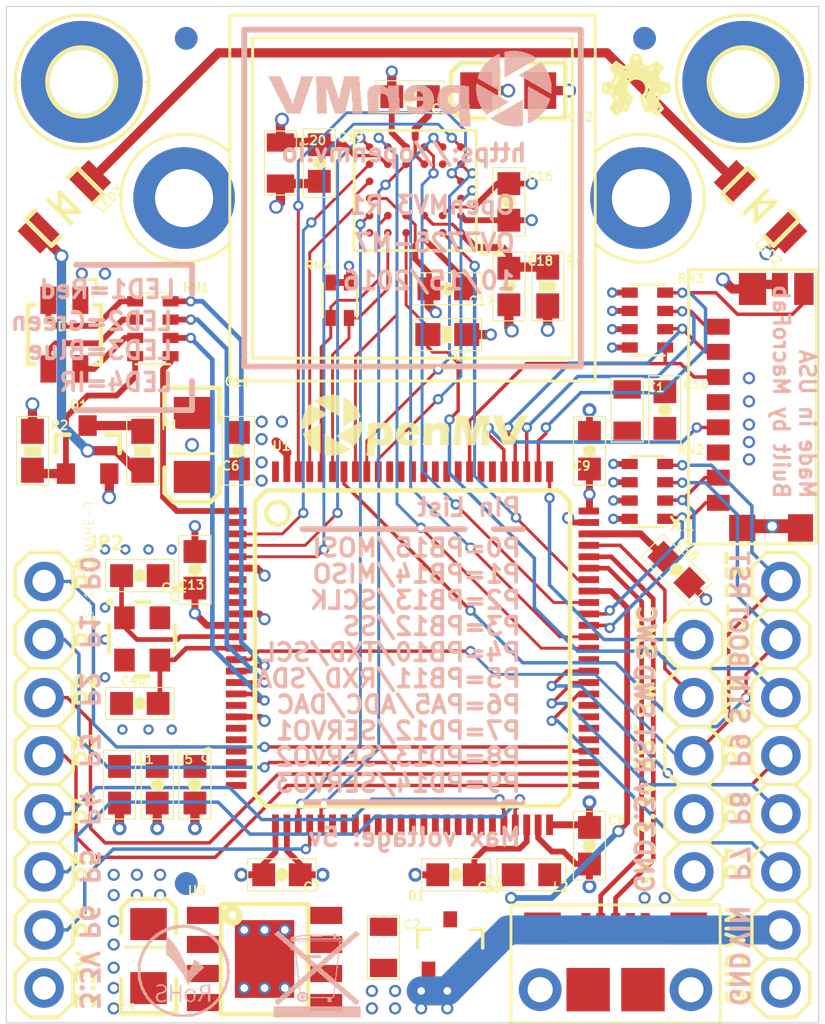
<source format=kicad_pcb>
(kicad_pcb (version 20171130) (host pcbnew "(5.1.4)-1")
  (layers (0 Top signal) (1 GND signal hide) (2 VCC signal hide) (31 Bottom signal) (34 B.Paste user hide) (35 F.Paste user hide) (36 B.SilkS user hide) (37 F.SilkS user hide) (38 B.Mask user hide) (39 F.Mask user hide) (44 Edge.Cuts user))
  (net 0 "")
  (net 1 VIN)
  (net 2 GND)
  (net 3 VBUS)
  (net 4 VCC)
  (net 5 RAW)
  (net 6 "Net-(H2-PadB2,8)")
  (net 7 "Net-(C40-Pad2)")
  (net 8 "Net-(C41-Pad2)")
  (net 9 "Net-(C4-Pad1)")
  (net 10 "Net-(C16-Pad1)")
  (net 11 "Net-(C17-Pad1)")
  (net 12 "Net-(C18-Pad1)")
  (net 13 /SD_CD)
  (net 14 /SDIO_D1)
  (net 15 /SDIO_D0)
  (net 16 /SDIO_CLK)
  (net 17 /SDIO_CMD)
  (net 18 /SDIO_D3)
  (net 19 /SDIO_D2)
  (net 20 P$2)
  (net 21 P$1)
  (net 22 "Net-(H1-PadB2,8)")
  (net 23 /NRST)
  (net 24 /BOOT0)
  (net 25 "Net-(C15-Pad1)")
  (net 26 "Net-(Q1-Pad1)")
  (net 27 "Net-(Q1-Pad3)")
  (net 28 /I2C1_SCL)
  (net 29 /I2C1_SDA)
  (net 30 "Net-(LED1-PadB)")
  (net 31 "Net-(LED1-PadG)")
  (net 32 "Net-(LED1-PadR)")
  (net 33 "Net-(C48-Pad1)")
  (net 34 "Net-(C49-Pad1)")
  (net 35 /TIM4_CH1)
  (net 36 /TIM4_CH2)
  (net 37 /TIM4_CH3)
  (net 38 /FSIN)
  (net 39 /DAC)
  (net 40 /I2C2_SDA)
  (net 41 /I2C2_SCL)
  (net 42 /SPI2_NSS)
  (net 43 /SPI2_SCLK)
  (net 44 /SPI2_MISO)
  (net 45 /SPI2_MOSI)
  (net 46 "Net-(L2-Pad1)")
  (net 47 "Net-(LED3-PadC)")
  (net 48 "Net-(U3-Pad6)")
  (net 49 "Net-(U3-Pad4)")
  (net 50 "Net-(U3-Pad7)")
  (net 51 /DCMI_PCLK)
  (net 52 "Net-(U2-PadE2)")
  (net 53 /DCMI_D6)
  (net 54 /DCMI_D4)
  (net 55 /DCMI_D2)
  (net 56 /DCMI_VSYNC)
  (net 57 /DCMI_D0)
  (net 58 /DCMI_CLK)
  (net 59 /DCMI_D1)
  (net 60 /DCMI_D3)
  (net 61 /DCMI_D7)
  (net 62 /DCMI_D5)
  (net 63 /DCMI_PWDN)
  (net 64 /DCMI_HSYNC)
  (net 65 "Net-(U2-PadA6)")
  (net 66 /DCMI_RST)
  (net 67 "Net-(U1-Pad90)")
  (net 68 "Net-(U1-Pad89)")
  (net 69 "Net-(U1-Pad88)")
  (net 70 "Net-(U1-Pad87)")
  (net 71 "Net-(U1-Pad86)")
  (net 72 "Net-(U1-Pad85)")
  (net 73 "Net-(U1-Pad84)")
  (net 74 "Net-(U1-Pad82)")
  (net 75 "Net-(U1-Pad81)")
  (net 76 /SWCLK)
  (net 77 /SWDIO)
  (net 78 /FS_DP)
  (net 79 /FS_DM)
  (net 80 "Net-(U1-Pad62)")
  (net 81 "Net-(U1-Pad58)")
  (net 82 "Net-(U1-Pad57)")
  (net 83 /FREX)
  (net 84 /EXPST)
  (net 85 "Net-(U1-Pad45)")
  (net 86 "Net-(U1-Pad44)")
  (net 87 "Net-(U1-Pad43)")
  (net 88 "Net-(U1-Pad42)")
  (net 89 "Net-(U1-Pad41)")
  (net 90 "Net-(U1-Pad40)")
  (net 91 "Net-(U1-Pad39)")
  (net 92 "Net-(U1-Pad38)")
  (net 93 "Net-(U1-Pad37)")
  (net 94 "Net-(U1-Pad36)")
  (net 95 "Net-(U1-Pad35)")
  (net 96 "Net-(U1-Pad34)")
  (net 97 "Net-(U1-Pad33)")
  (net 98 "Net-(U1-Pad32)")
  (net 99 "Net-(U1-Pad31)")
  (net 100 "Net-(U1-Pad25)")
  (net 101 "Net-(U1-Pad24)")
  (net 102 "Net-(U1-Pad23)")
  (net 103 "Net-(U1-Pad22)")
  (net 104 "Net-(U1-Pad18)")
  (net 105 /LED_B)
  (net 106 /LED_G)
  (net 107 /LED_R)
  (net 108 "Net-(U1-Pad9)")
  (net 109 "Net-(U1-Pad8)")
  (net 110 "Net-(U1-Pad7)")
  (net 111 "Net-(U1-Pad2)")
  (net 112 /LED_IR)
  (net 113 "Net-(X2-PadS1)")
  (net 114 "Net-(X2-Pad4)")
  (net 115 "Net-(LED2-PadC)")
  (module openmv3:2,8-PAD (layer Top) (at 162.9791 86.0806 270)
    (fp_text reference H2 hide)
    (fp_text value MOUNT-PAD-ROUND2.8 hide)
    (pad B2,8 thru_hole circle (at 0 0 270) (size 5.334 5.334) (drill 2.8) (layers *.Cu *.Mask) (net 6 "Net-(H2-PadB2,8)"))
  )
  (module openmv3:0603-CAP (layer Top) (at 136.5631 113.2586)
    (fp_text reference C40 (at -0.889 -0.762) (layer F.SilkS) (effects (font (size 0.38608 0.38608) (thickness 0.077216)) (justify left bottom)))
    (fp_text value 12pF)
    (pad 2 smd rect (at 0.8 0) (size 1 1) (layers Top F.Paste F.Mask) (net 7 "Net-(C40-Pad2)"))
    (pad 1 smd rect (at -0.8 0) (size 1 1) (layers Top F.Paste F.Mask) (net 2 GND))
  )
  (module openmv3:0603-CAP (layer Top) (at 136.5631 107.6706 180)
    (fp_text reference C41 (at -0.889 -0.762) (layer F.SilkS) (effects (font (size 0.38608 0.38608) (thickness 0.077216)) (justify left bottom)))
    (fp_text value 12pF)
    (pad 2 smd rect (at 0.8 0 180) (size 1 1) (layers Top F.Paste F.Mask) (net 8 "Net-(C41-Pad2)"))
    (pad 1 smd rect (at -0.8 0 180) (size 1 1) (layers Top F.Paste F.Mask) (net 2 GND))
  )
  (module openmv3:0603-CAP (layer Top) (at 138.9761 116.8146 270)
    (fp_text reference C4 (at -0.889 -0.762 90) (layer F.SilkS) (effects (font (size 0.38608 0.38608) (thickness 0.077216)) (justify left bottom)))
    (fp_text value 1uF)
    (pad 2 smd rect (at 0.8 0 270) (size 1 1) (layers Top F.Paste F.Mask) (net 2 GND))
    (pad 1 smd rect (at -0.8 0 270) (size 1 1) (layers Top F.Paste F.Mask) (net 9 "Net-(C4-Pad1)"))
  )
  (module openmv3:0603-CAP (layer Top) (at 137.3251 116.8146 270)
    (fp_text reference C5 (at -0.889 -0.762) (layer F.SilkS) (effects (font (size 0.38608 0.38608) (thickness 0.077216)) (justify left bottom)))
    (fp_text value 0.1uF)
    (pad 2 smd rect (at 0.8 0 270) (size 1 1) (layers Top F.Paste F.Mask) (net 2 GND))
    (pad 1 smd rect (at -0.8 0 270) (size 1 1) (layers Top F.Paste F.Mask) (net 9 "Net-(C4-Pad1)"))
  )
  (module openmv3:0603-CAP (layer Top) (at 140.8811 102.2096 90)
    (fp_text reference C6 (at -0.889 -0.762) (layer F.SilkS) (effects (font (size 0.38608 0.38608) (thickness 0.077216)) (justify left bottom)))
    (fp_text value 0.1uF)
    (pad 2 smd rect (at 0.8 0 90) (size 1 1) (layers Top F.Paste F.Mask) (net 2 GND))
    (pad 1 smd rect (at -0.8 0 90) (size 1 1) (layers Top F.Paste F.Mask) (net 4 VCC))
  )
  (module openmv3:0603-CAP (layer Top) (at 142.7861 120.7516 180)
    (fp_text reference C7 (at -0.889 -0.762) (layer F.SilkS) (effects (font (size 0.38608 0.38608) (thickness 0.077216)) (justify left bottom)))
    (fp_text value 0.1uF)
    (pad 2 smd rect (at 0.8 0 180) (size 1 1) (layers Top F.Paste F.Mask) (net 2 GND))
    (pad 1 smd rect (at -0.8 0 180) (size 1 1) (layers Top F.Paste F.Mask) (net 4 VCC))
  )
  (module openmv3:0603-CAP (layer Top) (at 156.2481 119.4816 270)
    (fp_text reference C8 (at -0.889 -0.762) (layer F.SilkS) (effects (font (size 0.38608 0.38608) (thickness 0.077216)) (justify left bottom)))
    (fp_text value 0.1uF)
    (pad 2 smd rect (at 0.8 0 270) (size 1 1) (layers Top F.Paste F.Mask) (net 2 GND))
    (pad 1 smd rect (at -0.8 0 270) (size 1 1) (layers Top F.Paste F.Mask) (net 4 VCC))
  )
  (module openmv3:0603-CAP (layer Top) (at 156.2481 102.2096 90)
    (fp_text reference C9 (at -0.889 -0.762) (layer F.SilkS) (effects (font (size 0.38608 0.38608) (thickness 0.077216)) (justify left bottom)))
    (fp_text value 0.1uF)
    (pad 2 smd rect (at 0.8 0 90) (size 1 1) (layers Top F.Paste F.Mask) (net 2 GND))
    (pad 1 smd rect (at -0.8 0 90) (size 1 1) (layers Top F.Paste F.Mask) (net 4 VCC))
  )
  (module openmv3:0603-CAP (layer Top) (at 138.9761 107.4166 90)
    (fp_text reference C13 (at -0.889 -0.762) (layer F.SilkS) (effects (font (size 0.38608 0.38608) (thickness 0.077216)) (justify left bottom)))
    (fp_text value 0.1uF)
    (pad 2 smd rect (at 0.8 0 90) (size 1 1) (layers Top F.Paste F.Mask) (net 2 GND))
    (pad 1 smd rect (at -0.8 0 90) (size 1 1) (layers Top F.Paste F.Mask) (net 4 VCC))
  )
  (module openmv3:0603-CAP (layer Top) (at 152.7211 91.3286 270)
    (fp_text reference C16 (at -0.889 -0.762) (layer F.SilkS) (effects (font (size 0.38608 0.38608) (thickness 0.077216)) (justify left bottom)))
    (fp_text value 0.1uF)
    (pad 2 smd rect (at 0.8 0 270) (size 1 1) (layers Top F.Paste F.Mask) (net 2 GND))
    (pad 1 smd rect (at -0.8 0 270) (size 1 1) (layers Top F.Paste F.Mask) (net 10 "Net-(C16-Pad1)"))
  )
  (module openmv3:0603-CAP (layer Top) (at 150.021106 95.128629 180)
    (fp_text reference C17 (at -0.889 -0.762) (layer F.SilkS) (effects (font (size 0.38608 0.38608) (thickness 0.077216)) (justify left bottom)))
    (fp_text value 0.1uF)
    (pad 2 smd rect (at 0.8 0 180) (size 1 1) (layers Top F.Paste F.Mask) (net 2 GND))
    (pad 1 smd rect (at -0.8 0 180) (size 1 1) (layers Top F.Paste F.Mask) (net 11 "Net-(C17-Pad1)"))
  )
  (module openmv3:0603-CAP (layer Top) (at 152.7211 95.0286 270)
    (fp_text reference C18 (at -0.889 -0.762) (layer F.SilkS) (effects (font (size 0.38608 0.38608) (thickness 0.077216)) (justify left bottom)))
    (fp_text value 4.7uF)
    (pad 2 smd rect (at 0.8 0 270) (size 1 1) (layers Top F.Paste F.Mask) (net 2 GND))
    (pad 1 smd rect (at -0.8 0 270) (size 1 1) (layers Top F.Paste F.Mask) (net 12 "Net-(C18-Pad1)"))
  )
  (module openmv3:0603-CAP (layer Top) (at 144.4211 89.6286 270)
    (fp_text reference C19 (at -0.889 -0.762) (layer F.SilkS) (effects (font (size 0.38608 0.38608) (thickness 0.077216)) (justify left bottom)))
    (fp_text value 0.1uF)
    (pad 2 smd rect (at 0.8 0 270) (size 1 1) (layers Top F.Paste F.Mask) (net 2 GND))
    (pad 1 smd rect (at -0.8 0 270) (size 1 1) (layers Top F.Paste F.Mask) (net 4 VCC))
  )
  (module openmv3:0805 (layer Top) (at 142.7211 89.6286 270)
    (fp_text reference C20 (at -0.762 -0.8255) (layer F.SilkS) (effects (font (size 0.38608 0.38608) (thickness 0.077216)) (justify left bottom)))
    (fp_text value 22uF)
    (pad 2 smd rect (at 0.9 0 270) (size 0.8 1.2) (layers Top F.Paste F.Mask) (net 2 GND))
    (pad 1 smd rect (at -0.9 0 270) (size 0.8 1.2) (layers Top F.Paste F.Mask) (net 4 VCC))
  )
  (module openmv3:0603-CAP (layer Top) (at 159.5501 100.4316 270)
    (fp_text reference C10 (at -0.889 -0.762) (layer F.SilkS) (effects (font (size 0.38608 0.38608) (thickness 0.077216)) (justify left bottom)))
    (fp_text value 0.1uF)
    (pad 2 smd rect (at 0.8 0 270) (size 1 1) (layers Top F.Paste F.Mask) (net 2 GND))
    (pad 1 smd rect (at -0.8 0 270) (size 1 1) (layers Top F.Paste F.Mask) (net 4 VCC))
  )
  (module openmv3:USD-47571 (layer Top) (at 163.4871 100.6856 90)
    (fp_text reference X1 (at -5.08 -3.81) (layer F.SilkS) (effects (font (size 0.57912 0.57912) (thickness 0.115824)) (justify left bottom)))
    (fp_text value 47571-0001)
    (pad G$4 smd rect (at 5.75 1.1 270) (size 1 0.7) (layers Top F.Paste F.Mask) (net 2 GND))
    (pad G$3 smd rect (at 5.55 -0.1 270) (size 1.4 1.2) (layers Top F.Paste F.Mask) (net 2 GND))
    (pad G$5 smd rect (at 5.55 2.15 270) (size 1.4 0.85) (layers Top F.Paste F.Mask) (net 13 /SD_CD))
    (pad G$2 smd rect (at -4.9 2 270) (size 1.2 1.1) (layers Top F.Paste F.Mask) (net 2 GND))
    (pad G$1 smd rect (at -4.9 -0.55 270) (size 1.15 1.15) (layers Top F.Paste F.Mask) (net 2 GND))
    (pad P$8 smd rect (at -3.8 -1.6 270) (size 0.7 1) (layers Top F.Paste F.Mask) (net 14 /SDIO_D1))
    (pad P$7 smd rect (at -2.7 -1.6 270) (size 0.7 1) (layers Top F.Paste F.Mask) (net 15 /SDIO_D0))
    (pad P$6 smd rect (at -1.6 -1.6 270) (size 0.7 1) (layers Top F.Paste F.Mask) (net 2 GND))
    (pad P$5 smd rect (at -0.5 -1.6 270) (size 0.7 1) (layers Top F.Paste F.Mask) (net 16 /SDIO_CLK))
    (pad P$4 smd rect (at 0.6 -1.6 270) (size 0.7 1) (layers Top F.Paste F.Mask) (net 4 VCC))
    (pad P$3 smd rect (at 1.7 -1.6 270) (size 0.7 1) (layers Top F.Paste F.Mask) (net 17 /SDIO_CMD))
    (pad P$2 smd rect (at 2.8 -1.6 270) (size 0.7 1) (layers Top F.Paste F.Mask) (net 18 /SDIO_D3))
    (pad P$1 smd rect (at 3.9 -1.6 270) (size 0.7 1) (layers Top F.Paste F.Mask) (net 19 /SDIO_D2))
  )
  (module openmv3:LENSMOUNT-20MM (layer Top) (at 148.5011 91.1606)
    (fp_text reference LM1 hide)
    (fp_text value LENSMOUNT20MM hide)
    (pad P$2 thru_hole circle (at 10 0) (size 4.445 4.445) (drill 2.54) (layers *.Cu *.Mask) (net 20 P$2))
    (pad P$1 thru_hole circle (at -10 0) (size 4.445 4.445) (drill 2.54) (layers *.Cu *.Mask) (net 21 P$1))
  )
  (module openmv3:2,8-PAD (layer Top) (at 134.0231 86.0806 90)
    (fp_text reference H1 hide)
    (fp_text value MOUNT-PAD-ROUND2.8 hide)
    (pad B2,8 thru_hole circle (at 0 0 90) (size 5.334 5.334) (drill 2.8) (layers *.Cu *.Mask) (net 22 "Net-(H1-PadB2,8)"))
  )
  (module openmv3:EXBV8V (layer Top) (at 158.7881 96.4946 270)
    (fp_text reference RN3 (at -1.5875 -1.27) (layer F.SilkS) (effects (font (size 0.38608 0.38608) (thickness 0.077216)) (justify left bottom)))
    (fp_text value 10K)
    (pad 8 smd rect (at -1.2 -0.775 90) (size 0.45 0.7) (layers Top F.Paste F.Mask) (net 13 /SD_CD))
    (pad 7 smd rect (at -0.4 -0.775 90) (size 0.45 0.7) (layers Top F.Paste F.Mask) (net 19 /SDIO_D2))
    (pad 6 smd rect (at 0.4 -0.775 90) (size 0.45 0.7) (layers Top F.Paste F.Mask) (net 18 /SDIO_D3))
    (pad 5 smd rect (at 1.2 -0.775 90) (size 0.45 0.7) (layers Top F.Paste F.Mask) (net 17 /SDIO_CMD))
    (pad 4 smd rect (at 1.2 0.775 270) (size 0.45 0.7) (layers Top F.Paste F.Mask) (net 4 VCC))
    (pad 3 smd rect (at 0.4 0.775 270) (size 0.45 0.7) (layers Top F.Paste F.Mask) (net 4 VCC))
    (pad 2 smd rect (at -0.4 0.775 270) (size 0.45 0.7) (layers Top F.Paste F.Mask) (net 4 VCC))
    (pad 1 smd rect (at -1.2 0.775 270) (size 0.45 0.7) (layers Top F.Paste F.Mask) (net 4 VCC))
  )
  (module openmv3:EXBV8V (layer Top) (at 158.7881 103.9876 270)
    (fp_text reference RN2 (at -1.5875 -1.27) (layer F.SilkS) (effects (font (size 0.38608 0.38608) (thickness 0.077216)) (justify left bottom)))
    (fp_text value 10K)
    (pad 8 smd rect (at -1.2 -0.775 90) (size 0.45 0.7) (layers Top F.Paste F.Mask) (net 23 /NRST))
    (pad 7 smd rect (at -0.4 -0.775 90) (size 0.45 0.7) (layers Top F.Paste F.Mask) (net 24 /BOOT0))
    (pad 6 smd rect (at 0.4 -0.775 90) (size 0.45 0.7) (layers Top F.Paste F.Mask) (net 15 /SDIO_D0))
    (pad 5 smd rect (at 1.2 -0.775 90) (size 0.45 0.7) (layers Top F.Paste F.Mask) (net 14 /SDIO_D1))
    (pad 4 smd rect (at 1.2 0.775 270) (size 0.45 0.7) (layers Top F.Paste F.Mask) (net 4 VCC))
    (pad 3 smd rect (at 0.4 0.775 270) (size 0.45 0.7) (layers Top F.Paste F.Mask) (net 4 VCC))
    (pad 2 smd rect (at -0.4 0.775 270) (size 0.45 0.7) (layers Top F.Paste F.Mask) (net 2 GND))
    (pad 1 smd rect (at -1.2 0.775 270) (size 0.45 0.7) (layers Top F.Paste F.Mask) (net 4 VCC))
  )
  (module openmv3:0603 (layer Top) (at 135.6741 116.8146 270)
    (fp_text reference L1 (at -0.889 -0.762) (layer F.SilkS) (effects (font (size 0.38608 0.38608) (thickness 0.077216)) (justify left bottom)))
    (fp_text value MPZ1608S181ATAH0)
    (pad 2 smd rect (at 0.8 0 270) (size 1 1) (layers Top F.Paste F.Mask) (net 4 VCC))
    (pad 1 smd rect (at -0.8 0 270) (size 1 1) (layers Top F.Paste F.Mask) (net 9 "Net-(C4-Pad1)"))
  )
  (module openmv3:0603-CAP (layer Top) (at 148.3941 86.7286 180)
    (fp_text reference C15 (at -0.889 -0.762) (layer F.SilkS) (effects (font (size 0.38608 0.38608) (thickness 0.077216)) (justify left bottom)))
    (fp_text value 0.1uF)
    (pad 2 smd rect (at 0.8 0 180) (size 1 1) (layers Top F.Paste F.Mask) (net 2 GND))
    (pad 1 smd rect (at -0.8 0 180) (size 1 1) (layers Top F.Paste F.Mask) (net 25 "Net-(C15-Pad1)"))
  )
  (module openmv3:SOT23-3 (layer Top) (at 134.2771 102.2096)
    (fp_text reference Q1 (at -0.8255 -1.778) (layer F.SilkS) (effects (font (size 0.38608 0.38608) (thickness 0.077216)) (justify left bottom)))
    (fp_text value MOSFET)
    (pad 1 smd rect (at -0.95 1) (size 0.8 0.9) (layers Top F.Paste F.Mask) (net 26 "Net-(Q1-Pad1)"))
    (pad 2 smd rect (at 0.95 1) (size 0.8 0.9) (layers Top F.Paste F.Mask) (net 2 GND))
    (pad 3 smd rect (at 0 -1.1) (size 0.8 0.9) (layers Top F.Paste F.Mask) (net 27 "Net-(Q1-Pad3)"))
  )
  (module openmv3:EXBV4V (layer Top) (at 145.3211 95.6286)
    (fp_text reference RN4 (at -1.5875 -1.27) (layer F.SilkS) (effects (font (size 0.38608 0.38608) (thickness 0.077216)) (justify left bottom)))
    (fp_text value 4.7K)
    (pad 4 smd rect (at -0.4 -0.775 180) (size 0.45 0.7) (layers Top F.Paste F.Mask) (net 4 VCC))
    (pad 3 smd rect (at 0.4 -0.775 180) (size 0.45 0.7) (layers Top F.Paste F.Mask) (net 4 VCC))
    (pad 2 smd rect (at 0.4 0.775) (size 0.45 0.7) (layers Top F.Paste F.Mask) (net 28 /I2C1_SCL))
    (pad 1 smd rect (at -0.4 0.775) (size 0.45 0.7) (layers Top F.Paste F.Mask) (net 29 /I2C1_SDA))
  )
  (module openmv3:LED-TRICOLOR-SMD-MF (layer Top) (at 133.2611 97.1296)
    (fp_text reference LED1 (at -1.016 -0.127) (layer F.SilkS) (effects (font (size 0.38608 0.38608) (thickness 0.077216)) (justify left bottom)))
    (fp_text value LED-TRICOLOR)
    (pad B smd rect (at 0.7 1.5) (size 0.7 1.2) (layers Top F.Paste F.Mask) (net 30 "Net-(LED1-PadB)"))
    (pad G smd rect (at -0.7 1.5) (size 0.7 1.2) (layers Top F.Paste F.Mask) (net 31 "Net-(LED1-PadG)"))
    (pad A smd rect (at 0.7 -1.5) (size 0.7 1.2) (layers Top F.Paste F.Mask) (net 4 VCC))
    (pad R smd rect (at -0.7 -1.5) (size 0.7 1.2) (layers Top F.Paste F.Mask) (net 32 "Net-(LED1-PadR)"))
  )
  (module openmv3:CRYSTAL-2.5X2.0 (layer Top) (at 136.6901 110.4646 270)
    (fp_text reference Y1 (at -1.478 -1.624 90) (layer F.SilkS) (effects (font (size 0.38608 0.38608) (thickness 0.077216)) (justify left bottom)))
    (fp_text value 7S-12.000MAHE-T (at -0.528 2.126 270) (layer F.SilkS) (effects (font (size 0.38608 0.38608) (thickness 0.030886)) (justify left bottom)))
    (pad 2 smd rect (at 0.9 0.8 270) (size 1 0.9) (layers Top F.Paste F.Mask) (net 2 GND))
    (pad 3 smd rect (at 0.9 -0.75 270) (size 1 0.9) (layers Top F.Paste F.Mask) (net 7 "Net-(C40-Pad2)"))
    (pad 1 smd rect (at -0.95 0.8 270) (size 1 0.9) (layers Top F.Paste F.Mask) (net 8 "Net-(C41-Pad2)"))
    (pad 4 smd rect (at -0.95 -0.75 270) (size 1 0.9) (layers Top F.Paste F.Mask) (net 2 GND))
  )
  (module openmv3:OSHW_FILLX100_NOTEXT (layer Top) (at 156.8831 87.4776)
    (fp_text reference LOGO1 hide)
    (fp_text value OSHW_LOGO_FILLX0100-NT hide)
  )
  (module openmv3:0603-CAP (layer Top) (at 160.0581 107.4166 315)
    (fp_text reference C48 (at -0.889 -0.762 135) (layer F.SilkS) (effects (font (size 0.38608 0.38608) (thickness 0.077216)) (justify left bottom)))
    (fp_text value 2.2uF)
    (pad 2 smd rect (at 0.8 0 315) (size 1 1) (layers Top F.Paste F.Mask) (net 2 GND))
    (pad 1 smd rect (at -0.8 0 315) (size 1 1) (layers Top F.Paste F.Mask) (net 33 "Net-(C48-Pad1)"))
  )
  (module openmv3:0603-CAP (layer Top) (at 150.4061 120.7516 180)
    (fp_text reference C49 (at -0.889 -0.762) (layer F.SilkS) (effects (font (size 0.38608 0.38608) (thickness 0.077216)) (justify left bottom)))
    (fp_text value 2.2uF)
    (pad 2 smd rect (at 0.8 0 180) (size 1 1) (layers Top F.Paste F.Mask) (net 2 GND))
    (pad 1 smd rect (at -0.8 0 180) (size 1 1) (layers Top F.Paste F.Mask) (net 34 "Net-(C49-Pad1)"))
  )
  (module openmv3:1X08 (layer Top) (at 164.6301 116.8146 270)
    (fp_text reference JP1 (at -10.2362 -1.8288) (layer F.SilkS) (effects (font (size 0.57912 0.57912) (thickness 0.115824)) (justify left bottom)))
    (fp_text value PINHD-1X8)
    (pad 8 thru_hole circle (at 8.89 0) (size 1.7272 1.7272) (drill 1.016) (layers *.Cu *.Mask) (net 2 GND))
    (pad 7 thru_hole circle (at 6.35 0) (size 1.7272 1.7272) (drill 1.016) (layers *.Cu *.Mask) (net 5 RAW))
    (pad 6 thru_hole circle (at 3.81 0) (size 1.7272 1.7272) (drill 1.016) (layers *.Cu *.Mask) (net 35 /TIM4_CH1))
    (pad 5 thru_hole circle (at 1.27 0) (size 1.7272 1.7272) (drill 1.016) (layers *.Cu *.Mask) (net 36 /TIM4_CH2))
    (pad 4 thru_hole circle (at -1.27 0) (size 1.7272 1.7272) (drill 1.016) (layers *.Cu *.Mask) (net 37 /TIM4_CH3))
    (pad 3 thru_hole circle (at -3.81 0) (size 1.7272 1.7272) (drill 1.016) (layers *.Cu *.Mask) (net 38 /FSIN))
    (pad 2 thru_hole circle (at -6.35 0) (size 1.7272 1.7272) (drill 1.016) (layers *.Cu *.Mask) (net 24 /BOOT0))
    (pad 1 thru_hole circle (at -8.89 0) (size 1.7272 1.7272) (drill 1.016) (layers *.Cu *.Mask) (net 23 /NRST))
  )
  (module openmv3:1X08 (layer Top) (at 132.3721 116.8146 270)
    (fp_text reference JP2 (at -10.2362 -1.8288) (layer F.SilkS) (effects (font (size 0.57912 0.57912) (thickness 0.115824)) (justify left bottom)))
    (fp_text value PINHD-1X8)
    (pad 8 thru_hole circle (at 8.89 0) (size 1.7272 1.7272) (drill 1.016) (layers *.Cu *.Mask) (net 4 VCC))
    (pad 7 thru_hole circle (at 6.35 0) (size 1.7272 1.7272) (drill 1.016) (layers *.Cu *.Mask) (net 39 /DAC))
    (pad 6 thru_hole circle (at 3.81 0) (size 1.7272 1.7272) (drill 1.016) (layers *.Cu *.Mask) (net 40 /I2C2_SDA))
    (pad 5 thru_hole circle (at 1.27 0) (size 1.7272 1.7272) (drill 1.016) (layers *.Cu *.Mask) (net 41 /I2C2_SCL))
    (pad 4 thru_hole circle (at -1.27 0) (size 1.7272 1.7272) (drill 1.016) (layers *.Cu *.Mask) (net 42 /SPI2_NSS))
    (pad 3 thru_hole circle (at -3.81 0) (size 1.7272 1.7272) (drill 1.016) (layers *.Cu *.Mask) (net 43 /SPI2_SCLK))
    (pad 2 thru_hole circle (at -6.35 0) (size 1.7272 1.7272) (drill 1.016) (layers *.Cu *.Mask) (net 44 /SPI2_MISO))
    (pad 1 thru_hole circle (at -8.89 0) (size 1.7272 1.7272) (drill 1.016) (layers *.Cu *.Mask) (net 45 /SPI2_MOSI))
  )
  (module openmv3:0603 (layer Top) (at 153.7081 120.7516 180)
    (fp_text reference L2 (at -0.889 -0.762) (layer F.SilkS) (effects (font (size 0.38608 0.38608) (thickness 0.077216)) (justify left bottom)))
    (fp_text value MPZ1608S181ATAH0)
    (pad 2 smd rect (at 0.8 0 180) (size 1 1) (layers Top F.Paste F.Mask) (net 3 VBUS))
    (pad 1 smd rect (at -0.8 0 180) (size 1 1) (layers Top F.Paste F.Mask) (net 46 "Net-(L2-Pad1)"))
  )
  (module openmv3:0805 (layer Top) (at 157.8991 100.4316 270)
    (fp_text reference C1 (at -0.762 -0.8255) (layer F.SilkS) (effects (font (size 0.38608 0.38608) (thickness 0.077216)) (justify left bottom)))
    (fp_text value 22uF)
    (pad 2 smd rect (at 0.9 0 270) (size 0.8 1.2) (layers Top F.Paste F.Mask) (net 2 GND))
    (pad 1 smd rect (at -0.9 0 270) (size 0.8 1.2) (layers Top F.Paste F.Mask) (net 4 VCC))
  )
  (module openmv3:0603-RES (layer Top) (at 136.6901 102.2096 270)
    (fp_text reference R1 (at -0.889 -0.762) (layer F.SilkS) (effects (font (size 0.38608 0.38608) (thickness 0.077216)) (justify left bottom)))
    (fp_text value 10R)
    (pad 2 smd rect (at 0.85 0 270) (size 1.1 1) (layers Top F.Paste F.Mask) (net 47 "Net-(LED3-PadC)"))
    (pad 1 smd rect (at -0.85 0 270) (size 1.1 1) (layers Top F.Paste F.Mask) (net 27 "Net-(Q1-Pad3)"))
  )
  (module openmv3:0805 (layer Top) (at 147.2311 123.9266 270)
    (fp_text reference C2 (at -0.762 -0.8255) (layer F.SilkS) (effects (font (size 0.38608 0.38608) (thickness 0.077216)) (justify left bottom)))
    (fp_text value 22uF)
    (pad 2 smd rect (at 0.9 0 270) (size 0.8 1.2) (layers Top F.Paste F.Mask) (net 2 GND))
    (pad 1 smd rect (at -0.9 0 270) (size 0.8 1.2) (layers Top F.Paste F.Mask) (net 1 VIN))
  )
  (module openmv3:FIDUCIAL-1X2 (layer Bottom) (at 138.5951 121.1326 180)
    (fp_text reference F4 hide)
    (fp_text value FIDUCIAL1X2 hide)
    (pad 1 smd roundrect (at 0 0 180) (size 1 1) (layers Bottom B.Mask) (roundrect_rratio 0.5))
  )
  (module openmv3:FIDUCIAL-1X2 (layer Top) (at 138.5951 121.1326)
    (fp_text reference F1 hide)
    (fp_text value FIDUCIAL1X2 hide)
    (pad 1 smd roundrect (at 0 0) (size 1 1) (layers Top F.Mask) (roundrect_rratio 0.5))
  )
  (module openmv3:FIDUCIAL-1X2 (layer Top) (at 138.5951 84.1756)
    (fp_text reference F2 hide)
    (fp_text value FIDUCIAL1X2 hide)
    (pad 1 smd roundrect (at 0 0) (size 1 1) (layers Top F.Mask) (roundrect_rratio 0.5))
  )
  (module openmv3:FIDUCIAL-1X2 (layer Bottom) (at 138.5951 84.1756 180)
    (fp_text reference F5 hide)
    (fp_text value FIDUCIAL1X2 hide)
    (pad 1 smd roundrect (at 0 0 180) (size 1 1) (layers Bottom B.Mask) (roundrect_rratio 0.5))
  )
  (module openmv3:FIDUCIAL-1X2 (layer Top) (at 158.6611 84.1756)
    (fp_text reference F3 hide)
    (fp_text value FIDUCIAL1X2 hide)
    (pad 1 smd roundrect (at 0 0) (size 1 1) (layers Top F.Mask) (roundrect_rratio 0.5))
  )
  (module openmv3:FIDUCIAL-1X2 (layer Bottom) (at 158.6611 84.1756 180)
    (fp_text reference F6 hide)
    (fp_text value FIDUCIAL1X2 hide)
    (pad 1 smd roundrect (at 0 0 180) (size 1 1) (layers Bottom B.Mask) (roundrect_rratio 0.5))
  )
  (module openmv3:0603-RES (layer Top) (at 131.8641 102.2096 270)
    (fp_text reference R2 (at -0.889 -0.762) (layer F.SilkS) (effects (font (size 0.38608 0.38608) (thickness 0.077216)) (justify left bottom)))
    (fp_text value 10k)
    (pad 2 smd rect (at 0.85 0 270) (size 1.1 1) (layers Top F.Paste F.Mask) (net 26 "Net-(Q1-Pad1)"))
    (pad 1 smd rect (at -0.85 0 270) (size 1.1 1) (layers Top F.Paste F.Mask) (net 2 GND))
  )
  (module openmv3:OMV-LOGO (layer Bottom) (at 154.7241 88.2396 180)
    (fp_text reference U$3 hide)
    (fp_text value "" hide)
  )
  (module openmv3:HTSOP-J8 (layer Top) (at 142.0241 124.4346 270)
    (fp_text reference U3 (at -2.767 3.405) (layer F.SilkS) (effects (font (size 0.38608 0.38608) (thickness 0.077216)) (justify left bottom)))
    (fp_text value BD33IA)
    (pad P$1 smd rect (at 0 0 270) (size 3.4 2.6) (layers Top F.Paste F.Mask) (net 2 GND))
    (pad 5 smd rect (at 1.905 -2.7 270) (size 0.75 1.4) (layers Top F.Paste F.Mask) (net 1 VIN))
    (pad 6 smd rect (at 0.635 -2.7 270) (size 0.75 1.4) (layers Top F.Paste F.Mask) (net 48 "Net-(U3-Pad6)"))
    (pad 8 smd rect (at -1.905 -2.7 270) (size 0.75 1.4) (layers Top F.Paste F.Mask) (net 1 VIN))
    (pad 4 smd rect (at 1.905 2.7 270) (size 0.75 1.4) (layers Top F.Paste F.Mask) (net 49 "Net-(U3-Pad4)"))
    (pad 3 smd rect (at 0.635 2.7 270) (size 0.75 1.4) (layers Top F.Paste F.Mask) (net 2 GND))
    (pad 1 smd rect (at -1.905 2.7 270) (size 0.75 1.4) (layers Top F.Paste F.Mask) (net 4 VCC))
    (pad 7 smd rect (at -0.635 -2.7 270) (size 0.75 1.4) (layers Top F.Paste F.Mask) (net 50 "Net-(U3-Pad7)"))
    (pad 2 smd rect (at -0.635 2.7 270) (size 0.75 1.4) (layers Top F.Paste F.Mask) (net 4 VCC))
  )
  (module openmv3:SOT23 (layer Top) (at 150.1521 123.7996)
    (fp_text reference D1 (at -1.905 -1.905) (layer F.SilkS) (effects (font (size 0.38608 0.38608) (thickness 0.077216)) (justify left bottom)))
    (fp_text value PMEG2005CT)
    (pad 1 smd rect (at -0.95 1.1) (size 0.6 0.7) (layers Top F.Paste F.Mask) (net 5 RAW))
    (pad 2 smd rect (at 0.95 1.1) (size 0.6 0.7) (layers Top F.Paste F.Mask) (net 3 VBUS))
    (pad 3 smd rect (at 0 -1.1) (size 0.6 0.7) (layers Top F.Paste F.Mask) (net 1 VIN))
  )
  (module openmv3:CSP2-28 (layer Top) (at 148.6211 90.8286 180)
    (fp_text reference U2 (at -2.7 -2.9) (layer F.SilkS) (effects (font (size 0.57912 0.57912) (thickness 0.115824)) (justify left bottom)))
    (fp_text value OV7725)
    (pad E5 smd roundrect (at 1.2 1.15 180) (size 0.34 0.34) (layers Top F.Paste F.Mask) (roundrect_rratio 0.5) (net 4 VCC))
    (pad E4 smd roundrect (at 0.4 1.15 180) (size 0.34 0.34) (layers Top F.Paste F.Mask) (roundrect_rratio 0.5) (net 51 /DCMI_PCLK))
    (pad E3 smd roundrect (at -0.4 1.15 180) (size 0.34 0.34) (layers Top F.Paste F.Mask) (roundrect_rratio 0.5) (net 25 "Net-(C15-Pad1)"))
    (pad E2 smd roundrect (at -1.2 1.15 180) (size 0.34 0.34) (layers Top F.Paste F.Mask) (roundrect_rratio 0.5) (net 52 "Net-(U2-PadE2)"))
    (pad F6 smd roundrect (at 2 1.9 180) (size 0.34 0.34) (layers Top F.Paste F.Mask) (roundrect_rratio 0.5) (net 53 /DCMI_D6))
    (pad E6 smd roundrect (at 2 1.15 180) (size 0.34 0.34) (layers Top F.Paste F.Mask) (roundrect_rratio 0.5) (net 54 /DCMI_D4))
    (pad D6 smd roundrect (at 2 0.4 180) (size 0.34 0.34) (layers Top F.Paste F.Mask) (roundrect_rratio 0.5) (net 55 /DCMI_D2))
    (pad C6 smd roundrect (at 2 -0.35 180) (size 0.34 0.34) (layers Top F.Paste F.Mask) (roundrect_rratio 0.5) (net 56 /DCMI_VSYNC))
    (pad F5 smd roundrect (at 1.2 1.9 180) (size 0.34 0.34) (layers Top F.Paste F.Mask) (roundrect_rratio 0.5) (net 57 /DCMI_D0))
    (pad F4 smd roundrect (at 0.4 1.9 180) (size 0.34 0.34) (layers Top F.Paste F.Mask) (roundrect_rratio 0.5) (net 2 GND))
    (pad F3 smd roundrect (at -0.4 1.9 180) (size 0.34 0.34) (layers Top F.Paste F.Mask) (roundrect_rratio 0.5) (net 58 /DCMI_CLK))
    (pad F2 smd roundrect (at -1.2 1.9 180) (size 0.34 0.34) (layers Top F.Paste F.Mask) (roundrect_rratio 0.5) (net 59 /DCMI_D1))
    (pad D1 smd roundrect (at -2 0.4 180) (size 0.34 0.34) (layers Top F.Paste F.Mask) (roundrect_rratio 0.5) (net 60 /DCMI_D3))
    (pad F1 smd roundrect (at -2 1.9 180) (size 0.34 0.34) (layers Top F.Paste F.Mask) (roundrect_rratio 0.5) (net 61 /DCMI_D7))
    (pad E1 smd roundrect (at -2 1.15 180) (size 0.34 0.34) (layers Top F.Paste F.Mask) (roundrect_rratio 0.5) (net 62 /DCMI_D5))
    (pad C1 smd roundrect (at -2 -0.35 180) (size 0.34 0.34) (layers Top F.Paste F.Mask) (roundrect_rratio 0.5) (net 63 /DCMI_PWDN))
    (pad B6 smd roundrect (at 2 -1.1 180) (size 0.34 0.34) (layers Top F.Paste F.Mask) (roundrect_rratio 0.5) (net 64 /DCMI_HSYNC))
    (pad B5 smd roundrect (at 1.2 -1.1 180) (size 0.34 0.34) (layers Top F.Paste F.Mask) (roundrect_rratio 0.5) (net 29 /I2C1_SDA))
    (pad B4 smd roundrect (at 0.4 -1.1 180) (size 0.34 0.34) (layers Top F.Paste F.Mask) (roundrect_rratio 0.5) (net 2 GND))
    (pad B3 smd roundrect (at -0.4 -1.1 180) (size 0.34 0.34) (layers Top F.Paste F.Mask) (roundrect_rratio 0.5) (net 12 "Net-(C18-Pad1)"))
    (pad B2 smd roundrect (at -1.2 -1.1 180) (size 0.34 0.34) (layers Top F.Paste F.Mask) (roundrect_rratio 0.5) (net 10 "Net-(C16-Pad1)"))
    (pad B1 smd roundrect (at -2 -1.1 180) (size 0.34 0.34) (layers Top F.Paste F.Mask) (roundrect_rratio 0.5) (net 2 GND))
    (pad A6 smd roundrect (at 2 -1.85 180) (size 0.34 0.34) (layers Top F.Paste F.Mask) (roundrect_rratio 0.5) (net 65 "Net-(U2-PadA6)"))
    (pad A5 smd roundrect (at 1.2 -1.85 180) (size 0.34 0.34) (layers Top F.Paste F.Mask) (roundrect_rratio 0.5) (net 28 /I2C1_SCL))
    (pad A4 smd roundrect (at 0.4 -1.85 180) (size 0.34 0.34) (layers Top F.Paste F.Mask) (roundrect_rratio 0.5) (net 38 /FSIN))
    (pad A3 smd roundrect (at -0.4 -1.85 180) (size 0.34 0.34) (layers Top F.Paste F.Mask) (roundrect_rratio 0.5) (net 11 "Net-(C17-Pad1)"))
    (pad A2 smd roundrect (at -1.2 -1.85 180) (size 0.34 0.34) (layers Top F.Paste F.Mask) (roundrect_rratio 0.5) (net 66 /DCMI_RST))
    (pad A1 smd roundrect (at -2 -1.85 180) (size 0.34 0.34) (layers Top F.Paste F.Mask) (roundrect_rratio 0.5) (net 12 "Net-(C18-Pad1)"))
  )
  (module openmv3:WEEE (layer Bottom) (at 146.2151 126.9746 180)
    (fp_text reference U$1 hide)
    (fp_text value "" hide)
  )
  (module openmv3:ROHS (layer Bottom) (at 140.5001 126.9746 180)
    (fp_text reference U$2 hide)
    (fp_text value "" hide)
  )
  (module openmv3:OMV-LOGO-SMALL (layer Top) (at 143.5481 102.5906)
    (fp_text reference U$4 hide)
    (fp_text value "" hide)
  )
  (module openmv3:LQFP100 (layer Top) (at 148.5011 110.8456)
    (fp_text reference U1 (at -6.175 -8.62) (layer F.SilkS) (effects (font (size 0.38608 0.38608) (thickness 0.077216)) (justify left bottom)))
    (fp_text value STM32F765VGT6)
    (pad 100 smd rect (at -6 -7.72) (size 0.3 0.9) (layers Top F.Paste F.Mask) (net 4 VCC))
    (pad 99 smd rect (at -5.5 -7.72) (size 0.3 0.9) (layers Top F.Paste F.Mask) (net 2 GND))
    (pad 98 smd rect (at -5 -7.72) (size 0.3 0.9) (layers Top F.Paste F.Mask) (net 60 /DCMI_D3))
    (pad 97 smd rect (at -4.5 -7.72) (size 0.3 0.9) (layers Top F.Paste F.Mask) (net 55 /DCMI_D2))
    (pad 96 smd rect (at -4 -7.72) (size 0.3 0.9) (layers Top F.Paste F.Mask) (net 29 /I2C1_SDA))
    (pad 95 smd rect (at -3.5 -7.72) (size 0.3 0.9) (layers Top F.Paste F.Mask) (net 28 /I2C1_SCL))
    (pad 94 smd rect (at -3 -7.72) (size 0.3 0.9) (layers Top F.Paste F.Mask) (net 24 /BOOT0))
    (pad 93 smd rect (at -2.5 -7.72) (size 0.3 0.9) (layers Top F.Paste F.Mask) (net 56 /DCMI_VSYNC))
    (pad 92 smd rect (at -2 -7.72) (size 0.3 0.9) (layers Top F.Paste F.Mask) (net 62 /DCMI_D5))
    (pad 91 smd rect (at -1.5 -7.72) (size 0.3 0.9) (layers Top F.Paste F.Mask) (net 63 /DCMI_PWDN))
    (pad 90 smd rect (at -1 -7.72) (size 0.3 0.9) (layers Top F.Paste F.Mask) (net 67 "Net-(U1-Pad90)"))
    (pad 89 smd rect (at -0.5 -7.72) (size 0.3 0.9) (layers Top F.Paste F.Mask) (net 68 "Net-(U1-Pad89)"))
    (pad 88 smd rect (at 0 -7.72) (size 0.3 0.9) (layers Top F.Paste F.Mask) (net 69 "Net-(U1-Pad88)"))
    (pad 87 smd rect (at 0.5 -7.72) (size 0.3 0.9) (layers Top F.Paste F.Mask) (net 70 "Net-(U1-Pad87)"))
    (pad 86 smd rect (at 1 -7.72) (size 0.3 0.9) (layers Top F.Paste F.Mask) (net 71 "Net-(U1-Pad86)"))
    (pad 85 smd rect (at 1.5 -7.72) (size 0.3 0.9) (layers Top F.Paste F.Mask) (net 72 "Net-(U1-Pad85)"))
    (pad 84 smd rect (at 2 -7.72) (size 0.3 0.9) (layers Top F.Paste F.Mask) (net 73 "Net-(U1-Pad84)"))
    (pad 83 smd rect (at 2.5 -7.72) (size 0.3 0.9) (layers Top F.Paste F.Mask) (net 17 /SDIO_CMD))
    (pad 82 smd rect (at 3 -7.72) (size 0.3 0.9) (layers Top F.Paste F.Mask) (net 74 "Net-(U1-Pad82)"))
    (pad 81 smd rect (at 3.5 -7.72) (size 0.3 0.9) (layers Top F.Paste F.Mask) (net 75 "Net-(U1-Pad81)"))
    (pad 80 smd rect (at 4 -7.72) (size 0.3 0.9) (layers Top F.Paste F.Mask) (net 16 /SDIO_CLK))
    (pad 79 smd rect (at 4.5 -7.72) (size 0.3 0.9) (layers Top F.Paste F.Mask) (net 18 /SDIO_D3))
    (pad 78 smd rect (at 5 -7.72) (size 0.3 0.9) (layers Top F.Paste F.Mask) (net 19 /SDIO_D2))
    (pad 77 smd rect (at 5.5 -7.72) (size 0.3 0.9) (layers Top F.Paste F.Mask) (net 13 /SD_CD))
    (pad 76 smd rect (at 6 -7.72) (size 0.3 0.9) (layers Top F.Paste F.Mask) (net 76 /SWCLK))
    (pad 75 smd rect (at 7.72 -6) (size 0.9 0.3) (layers Top F.Paste F.Mask) (net 4 VCC))
    (pad 74 smd rect (at 7.72 -5.5) (size 0.9 0.3) (layers Top F.Paste F.Mask) (net 2 GND))
    (pad 73 smd rect (at 7.72 -5) (size 0.9 0.3) (layers Top F.Paste F.Mask) (net 33 "Net-(C48-Pad1)"))
    (pad 72 smd rect (at 7.72 -4.5) (size 0.9 0.3) (layers Top F.Paste F.Mask) (net 77 /SWDIO))
    (pad 71 smd rect (at 7.72 -4) (size 0.9 0.3) (layers Top F.Paste F.Mask) (net 78 /FS_DP))
    (pad 70 smd rect (at 7.72 -3.5) (size 0.9 0.3) (layers Top F.Paste F.Mask) (net 79 /FS_DM))
    (pad 69 smd rect (at 7.72 -3) (size 0.9 0.3) (layers Top F.Paste F.Mask) (net 66 /DCMI_RST))
    (pad 68 smd rect (at 7.72 -2.5) (size 0.9 0.3) (layers Top F.Paste F.Mask) (net 3 VBUS))
    (pad 67 smd rect (at 7.72 -2) (size 0.9 0.3) (layers Top F.Paste F.Mask) (net 58 /DCMI_CLK))
    (pad 66 smd rect (at 7.72 -1.5) (size 0.9 0.3) (layers Top F.Paste F.Mask) (net 14 /SDIO_D1))
    (pad 65 smd rect (at 7.72 -1) (size 0.9 0.3) (layers Top F.Paste F.Mask) (net 15 /SDIO_D0))
    (pad 64 smd rect (at 7.72 -0.5) (size 0.9 0.3) (layers Top F.Paste F.Mask) (net 59 /DCMI_D1))
    (pad 63 smd rect (at 7.72 0) (size 0.9 0.3) (layers Top F.Paste F.Mask) (net 57 /DCMI_D0))
    (pad 62 smd rect (at 7.72 0.5) (size 0.9 0.3) (layers Top F.Paste F.Mask) (net 80 "Net-(U1-Pad62)"))
    (pad 61 smd rect (at 7.72 1) (size 0.9 0.3) (layers Top F.Paste F.Mask) (net 37 /TIM4_CH3))
    (pad 60 smd rect (at 7.72 1.5) (size 0.9 0.3) (layers Top F.Paste F.Mask) (net 36 /TIM4_CH2))
    (pad 59 smd rect (at 7.72 2) (size 0.9 0.3) (layers Top F.Paste F.Mask) (net 35 /TIM4_CH1))
    (pad 58 smd rect (at 7.72 2.5) (size 0.9 0.3) (layers Top F.Paste F.Mask) (net 81 "Net-(U1-Pad58)"))
    (pad 57 smd rect (at 7.72 3) (size 0.9 0.3) (layers Top F.Paste F.Mask) (net 82 "Net-(U1-Pad57)"))
    (pad 56 smd rect (at 7.72 3.5) (size 0.9 0.3) (layers Top F.Paste F.Mask) (net 83 /FREX))
    (pad 55 smd rect (at 7.72 4) (size 0.9 0.3) (layers Top F.Paste F.Mask) (net 84 /EXPST))
    (pad 54 smd rect (at 7.72 4.5) (size 0.9 0.3) (layers Top F.Paste F.Mask) (net 45 /SPI2_MOSI))
    (pad 53 smd rect (at 7.72 5) (size 0.9 0.3) (layers Top F.Paste F.Mask) (net 44 /SPI2_MISO))
    (pad 52 smd rect (at 7.72 5.5) (size 0.9 0.3) (layers Top F.Paste F.Mask) (net 43 /SPI2_SCLK))
    (pad 51 smd rect (at 7.72 6) (size 0.9 0.3) (layers Top F.Paste F.Mask) (net 42 /SPI2_NSS))
    (pad 50 smd rect (at 6 7.72) (size 0.3 0.9) (layers Top F.Paste F.Mask) (net 4 VCC))
    (pad 49 smd rect (at 5.5 7.72) (size 0.3 0.9) (layers Top F.Paste F.Mask) (net 2 GND))
    (pad 48 smd rect (at 5 7.72) (size 0.3 0.9) (layers Top F.Paste F.Mask) (net 34 "Net-(C49-Pad1)"))
    (pad 47 smd rect (at 4.5 7.72) (size 0.3 0.9) (layers Top F.Paste F.Mask) (net 40 /I2C2_SDA))
    (pad 46 smd rect (at 4 7.72) (size 0.3 0.9) (layers Top F.Paste F.Mask) (net 41 /I2C2_SCL))
    (pad 45 smd rect (at 3.5 7.72) (size 0.3 0.9) (layers Top F.Paste F.Mask) (net 85 "Net-(U1-Pad45)"))
    (pad 44 smd rect (at 3 7.72) (size 0.3 0.9) (layers Top F.Paste F.Mask) (net 86 "Net-(U1-Pad44)"))
    (pad 43 smd rect (at 2.5 7.72) (size 0.3 0.9) (layers Top F.Paste F.Mask) (net 87 "Net-(U1-Pad43)"))
    (pad 42 smd rect (at 2 7.72) (size 0.3 0.9) (layers Top F.Paste F.Mask) (net 88 "Net-(U1-Pad42)"))
    (pad 41 smd rect (at 1.5 7.72) (size 0.3 0.9) (layers Top F.Paste F.Mask) (net 89 "Net-(U1-Pad41)"))
    (pad 40 smd rect (at 1 7.72) (size 0.3 0.9) (layers Top F.Paste F.Mask) (net 90 "Net-(U1-Pad40)"))
    (pad 39 smd rect (at 0.5 7.72) (size 0.3 0.9) (layers Top F.Paste F.Mask) (net 91 "Net-(U1-Pad39)"))
    (pad 38 smd rect (at 0 7.72) (size 0.3 0.9) (layers Top F.Paste F.Mask) (net 92 "Net-(U1-Pad38)"))
    (pad 37 smd rect (at -0.5 7.72) (size 0.3 0.9) (layers Top F.Paste F.Mask) (net 93 "Net-(U1-Pad37)"))
    (pad 36 smd rect (at -1 7.72) (size 0.3 0.9) (layers Top F.Paste F.Mask) (net 94 "Net-(U1-Pad36)"))
    (pad 35 smd rect (at -1.5 7.72) (size 0.3 0.9) (layers Top F.Paste F.Mask) (net 95 "Net-(U1-Pad35)"))
    (pad 34 smd rect (at -2 7.72) (size 0.3 0.9) (layers Top F.Paste F.Mask) (net 96 "Net-(U1-Pad34)"))
    (pad 33 smd rect (at -2.5 7.72) (size 0.3 0.9) (layers Top F.Paste F.Mask) (net 97 "Net-(U1-Pad33)"))
    (pad 32 smd rect (at -3 7.72) (size 0.3 0.9) (layers Top F.Paste F.Mask) (net 98 "Net-(U1-Pad32)"))
    (pad 31 smd rect (at -3.5 7.72) (size 0.3 0.9) (layers Top F.Paste F.Mask) (net 99 "Net-(U1-Pad31)"))
    (pad 30 smd rect (at -4 7.72) (size 0.3 0.9) (layers Top F.Paste F.Mask) (net 51 /DCMI_PCLK))
    (pad 29 smd rect (at -4.5 7.72) (size 0.3 0.9) (layers Top F.Paste F.Mask) (net 39 /DAC))
    (pad 28 smd rect (at -5 7.72) (size 0.3 0.9) (layers Top F.Paste F.Mask) (net 64 /DCMI_HSYNC))
    (pad 27 smd rect (at -5.5 7.72) (size 0.3 0.9) (layers Top F.Paste F.Mask) (net 4 VCC))
    (pad 26 smd rect (at -6 7.72) (size 0.3 0.9) (layers Top F.Paste F.Mask) (net 2 GND))
    (pad 25 smd rect (at -7.72 6) (size 0.9 0.3) (layers Top F.Paste F.Mask) (net 100 "Net-(U1-Pad25)"))
    (pad 24 smd rect (at -7.72 5.5) (size 0.9 0.3) (layers Top F.Paste F.Mask) (net 101 "Net-(U1-Pad24)"))
    (pad 23 smd rect (at -7.72 5) (size 0.9 0.3) (layers Top F.Paste F.Mask) (net 102 "Net-(U1-Pad23)"))
    (pad 22 smd rect (at -7.72 4.5) (size 0.9 0.3) (layers Top F.Paste F.Mask) (net 103 "Net-(U1-Pad22)"))
    (pad 21 smd rect (at -7.72 4) (size 0.9 0.3) (layers Top F.Paste F.Mask) (net 9 "Net-(C4-Pad1)"))
    (pad 20 smd rect (at -7.72 3.5) (size 0.9 0.3) (layers Top F.Paste F.Mask) (net 9 "Net-(C4-Pad1)"))
    (pad 19 smd rect (at -7.72 3) (size 0.9 0.3) (layers Top F.Paste F.Mask) (net 2 GND))
    (pad 18 smd rect (at -7.72 2.5) (size 0.9 0.3) (layers Top F.Paste F.Mask) (net 104 "Net-(U1-Pad18)"))
    (pad 17 smd rect (at -7.72 2) (size 0.9 0.3) (layers Top F.Paste F.Mask) (net 105 /LED_B))
    (pad 16 smd rect (at -7.72 1.5) (size 0.9 0.3) (layers Top F.Paste F.Mask) (net 106 /LED_G))
    (pad 15 smd rect (at -7.72 1) (size 0.9 0.3) (layers Top F.Paste F.Mask) (net 107 /LED_R))
    (pad 14 smd rect (at -7.72 0.5) (size 0.9 0.3) (layers Top F.Paste F.Mask) (net 23 /NRST))
    (pad 13 smd rect (at -7.72 0) (size 0.9 0.3) (layers Top F.Paste F.Mask) (net 7 "Net-(C40-Pad2)"))
    (pad 12 smd rect (at -7.72 -0.5) (size 0.9 0.3) (layers Top F.Paste F.Mask) (net 8 "Net-(C41-Pad2)"))
    (pad 11 smd rect (at -7.72 -1) (size 0.9 0.3) (layers Top F.Paste F.Mask) (net 4 VCC))
    (pad 10 smd rect (at -7.72 -1.5) (size 0.9 0.3) (layers Top F.Paste F.Mask) (net 2 GND))
    (pad 9 smd rect (at -7.72 -2) (size 0.9 0.3) (layers Top F.Paste F.Mask) (net 108 "Net-(U1-Pad9)"))
    (pad 8 smd rect (at -7.72 -2.5) (size 0.9 0.3) (layers Top F.Paste F.Mask) (net 109 "Net-(U1-Pad8)"))
    (pad 7 smd rect (at -7.72 -3) (size 0.9 0.3) (layers Top F.Paste F.Mask) (net 110 "Net-(U1-Pad7)"))
    (pad 6 smd rect (at -7.72 -3.5) (size 0.9 0.3) (layers Top F.Paste F.Mask) (net 4 VCC))
    (pad 5 smd rect (at -7.72 -4) (size 0.9 0.3) (layers Top F.Paste F.Mask) (net 61 /DCMI_D7))
    (pad 4 smd rect (at -7.72 -4.5) (size 0.9 0.3) (layers Top F.Paste F.Mask) (net 53 /DCMI_D6))
    (pad 3 smd rect (at -7.72 -5) (size 0.9 0.3) (layers Top F.Paste F.Mask) (net 54 /DCMI_D4))
    (pad 2 smd rect (at -7.72 -5.5) (size 0.9 0.3) (layers Top F.Paste F.Mask) (net 111 "Net-(U1-Pad2)"))
    (pad 1 smd rect (at -7.72 -6) (size 0.9 0.3) (layers Top F.Paste F.Mask) (net 112 /LED_IR))
  )
  (module openmv3:MICROUSB-RIGHT (layer Top) (at 157.3911 124.3711)
    (fp_text reference X2 (at -5.08 -2.7 90) (layer F.SilkS) (effects (font (size 0.4826 0.4826) (thickness 0.077216)) (justify left bottom)))
    (fp_text value MF-CON-MICROUSB-RIGHT hide)
    (pad S6 smd rect (at 1.2 1.405) (size 1.9 1.9) (layers Top F.Paste F.Mask) (net 113 "Net-(X2-PadS1)"))
    (pad S5 smd rect (at -1.2 1.405) (size 1.9 1.9) (layers Top F.Paste F.Mask) (net 113 "Net-(X2-PadS1)"))
    (pad S1 thru_hole circle (at -3.3 1.405 180) (size 1.87 1.87) (drill 1.1) (layers *.Cu *.Mask) (net 113 "Net-(X2-PadS1)"))
    (pad S2 thru_hole circle (at 3.3 1.405 180) (size 1.87 1.87) (drill 1.1) (layers *.Cu *.Mask) (net 113 "Net-(X2-PadS1)"))
    (pad S4 smd rect (at 3.2 -1.27 90) (size 1.4 1.6) (layers Top F.Paste F.Mask) (net 113 "Net-(X2-PadS1)"))
    (pad S3 smd rect (at -3.2 -1.27 90) (size 1.4 1.6) (layers Top F.Paste F.Mask) (net 113 "Net-(X2-PadS1)"))
    (pad 5 smd rect (at 1.3 -1.27 180) (size 0.4 1.35) (layers Top F.Paste F.Mask) (net 2 GND))
    (pad 1 smd rect (at -1.3 -1.27 180) (size 0.4 1.35) (layers Top F.Paste F.Mask) (net 46 "Net-(L2-Pad1)"))
    (pad 2 smd rect (at -0.65 -1.27 180) (size 0.4 1.35) (layers Top F.Paste F.Mask) (net 79 /FS_DM))
    (pad 4 smd rect (at 0.65 -1.27 180) (size 0.4 1.35) (layers Top F.Paste F.Mask) (net 114 "Net-(X2-Pad4)"))
    (pad 3 smd rect (at 0 -1.27 180) (size 0.4 1.35) (layers Top F.Paste F.Mask) (net 78 /FS_DP))
  )
  (module openmv3:1X05 (layer Top) (at 160.8201 115.5446 270)
    (fp_text reference JP3 hide)
    (fp_text value PINHD-1X5)
    (pad 5 thru_hole circle (at 5.08 0) (size 1.7272 1.7272) (drill 1.016) (layers *.Cu *.Mask) (net 2 GND))
    (pad 4 thru_hole circle (at 2.54 0) (size 1.7272 1.7272) (drill 1.016) (layers *.Cu *.Mask) (net 4 VCC))
    (pad 3 thru_hole circle (at 0 0) (size 1.7272 1.7272) (drill 1.016) (layers *.Cu *.Mask) (net 23 /NRST))
    (pad 2 thru_hole circle (at -2.54 0) (size 1.7272 1.7272) (drill 1.016) (layers *.Cu *.Mask) (net 77 /SWDIO))
    (pad 1 thru_hole circle (at -5.08 0) (size 1.7272 1.7272) (drill 1.016) (layers *.Cu *.Mask) (net 76 /SWCLK))
  )
  (module openmv3:0603-RES (layer Top) (at 150.0251 97.1296 180)
    (fp_text reference R3 (at -0.889 -0.762 180) (layer F.SilkS) (effects (font (size 0.38608 0.38608) (thickness 0.032512)) (justify right top)))
    (fp_text value 10k)
    (pad 2 smd rect (at 0.85 0 180) (size 1.1 1) (layers Top F.Paste F.Mask) (net 38 /FSIN))
    (pad 1 smd rect (at -0.85 0 180) (size 1.1 1) (layers Top F.Paste F.Mask) (net 2 GND))
  )
  (module openmv3:EXBV8V (layer Top) (at 137.1346 96.8756 270)
    (fp_text reference RN1 (at -1.5875 -1.27) (layer F.SilkS) (effects (font (size 0.38608 0.38608) (thickness 0.077216)) (justify left bottom)))
    (fp_text value 220R hide)
    (pad 8 smd rect (at -1.2 -0.775 90) (size 0.45 0.7) (layers Top F.Paste F.Mask) (net 107 /LED_R))
    (pad 7 smd rect (at -0.4 -0.775 90) (size 0.45 0.7) (layers Top F.Paste F.Mask) (net 106 /LED_G))
    (pad 6 smd rect (at 0.4 -0.775 90) (size 0.45 0.7) (layers Top F.Paste F.Mask) (net 105 /LED_B))
    (pad 5 smd rect (at 1.2 -0.775 90) (size 0.45 0.7) (layers Top F.Paste F.Mask) (net 112 /LED_IR))
    (pad 4 smd rect (at 1.2 0.775 270) (size 0.45 0.7) (layers Top F.Paste F.Mask) (net 26 "Net-(Q1-Pad1)"))
    (pad 3 smd rect (at 0.4 0.775 270) (size 0.45 0.7) (layers Top F.Paste F.Mask) (net 30 "Net-(LED1-PadB)"))
    (pad 2 smd rect (at -0.4 0.775 270) (size 0.45 0.7) (layers Top F.Paste F.Mask) (net 31 "Net-(LED1-PadG)"))
    (pad 1 smd rect (at -1.2 0.775 270) (size 0.45 0.7) (layers Top F.Paste F.Mask) (net 32 "Net-(LED1-PadR)"))
  )
  (module openmv3:LED-1206 (layer Top) (at 163.7411 91.5416 135)
    (fp_text reference LED2 (at -0.889 -1.397 135) (layer F.SilkS) (effects (font (size 0.38608 0.38608) (thickness 0.077216)) (justify left bottom)))
    (fp_text value VSMY12850)
    (pad C smd rect (at 1.6 0 135) (size 1.2 1.4) (layers Top F.Paste F.Mask) (net 115 "Net-(LED2-PadC)"))
    (pad A smd rect (at -1.6 0 135) (size 1.2 1.4) (layers Top F.Paste F.Mask) (net 4 VCC))
  )
  (module openmv3:LED-1206 (layer Top) (at 133.2611 91.5416 225)
    (fp_text reference LED3 (at -0.889 -1.397 45) (layer F.SilkS) (effects (font (size 0.38608 0.38608) (thickness 0.077216)) (justify left bottom)))
    (fp_text value VSMY12850)
    (pad C smd rect (at 1.6 0 225) (size 1.2 1.4) (layers Top F.Paste F.Mask) (net 47 "Net-(LED3-PadC)"))
    (pad A smd rect (at -1.6 0 225) (size 1.2 1.4) (layers Top F.Paste F.Mask) (net 115 "Net-(LED2-PadC)"))
  )
  (module openmv3:EIA3216 (layer Top) (at 136.9441 124.3076 90)
    (fp_text reference C3 (at -2.54 -1.381) (layer F.SilkS) (effects (font (size 0.38608 0.38608) (thickness 0.077216)) (justify left bottom)))
    (fp_text value 47uF)
    (pad A smd rect (at 1.4 0 180) (size 1.6 1.4) (layers Top F.Paste F.Mask) (net 4 VCC))
    (pad C smd rect (at -1.4 0 180) (size 1.6 1.4) (layers Top F.Paste F.Mask) (net 2 GND))
  )
  (module openmv3:EIA3216 (layer Top) (at 138.8491 101.9556 270)
    (fp_text reference C11 (at -2.54 -1.381) (layer F.SilkS) (effects (font (size 0.38608 0.38608) (thickness 0.077216)) (justify left bottom)))
    (fp_text value 47uF)
    (pad A smd rect (at 1.4 0) (size 1.6 1.4) (layers Top F.Paste F.Mask) (net 4 VCC))
    (pad C smd rect (at -1.4 0) (size 1.6 1.4) (layers Top F.Paste F.Mask) (net 2 GND))
  )
  (module openmv3:EIA3216 (layer Top) (at 152.6921 86.4616 180)
    (fp_text reference C12 (at -2.54 -1.381) (layer F.SilkS) (effects (font (size 0.38608 0.38608) (thickness 0.077216)) (justify left bottom)))
    (fp_text value 47uF)
    (pad A smd rect (at 1.4 0 270) (size 1.6 1.4) (layers Top F.Paste F.Mask) (net 4 VCC))
    (pad C smd rect (at -1.4 0 270) (size 1.6 1.4) (layers Top F.Paste F.Mask) (net 2 GND))
  )
  (module openmv3:0603-RES (layer Top) (at 154.4211 95.0286 270)
    (fp_text reference R4 (at -0.889 -0.762) (layer F.SilkS) (effects (font (size 0.38608 0.38608) (thickness 0.077216)) (justify left bottom)))
    (fp_text value 4.7R)
    (pad 2 smd rect (at 0.85 0 270) (size 1.1 1) (layers Top F.Paste F.Mask) (net 4 VCC))
    (pad 1 smd rect (at -0.85 0 270) (size 1.1 1) (layers Top F.Paste F.Mask) (net 12 "Net-(C18-Pad1)"))
  )
  (gr_line (start 130.7211 82.7786) (end 130.7211 127.2286) (layer Edge.Cuts) (width 0.05))
  (gr_line (start 130.7211 127.2286) (end 166.2811 127.2286) (layer Edge.Cuts) (width 0.05))
  (gr_line (start 166.2811 127.2286) (end 166.2811 82.7786) (layer Edge.Cuts) (width 0.05))
  (gr_line (start 166.2811 82.7786) (end 130.7211 82.7786) (layer Edge.Cuts) (width 0.05))
  (gr_text P6 (at 134.6581 123.6726 90) (layer F.SilkS) (effects (font (size 0.77216 0.77216) (thickness 0.16256)) (justify left bottom)))
  (gr_text P4 (at 134.6581 118.7196 90) (layer F.SilkS) (effects (font (size 0.77216 0.77216) (thickness 0.16256)) (justify left bottom)))
  (gr_text P5 (at 134.6581 121.2596 90) (layer F.SilkS) (effects (font (size 0.77216 0.77216) (thickness 0.16256)) (justify left bottom)))
  (gr_text P3 (at 134.6581 116.1796 90) (layer F.SilkS) (effects (font (size 0.77216 0.77216) (thickness 0.16256)) (justify left bottom)))
  (gr_text P2 (at 134.6581 113.5126 90) (layer F.SilkS) (effects (font (size 0.77216 0.77216) (thickness 0.16256)) (justify left bottom)))
  (gr_text P1 (at 134.6581 110.9726 90) (layer F.SilkS) (effects (font (size 0.77216 0.77216) (thickness 0.16256)) (justify left bottom)))
  (gr_text SWD (at 159.1691 114.0206 90) (layer F.SilkS) (effects (font (size 0.77216 0.77216) (thickness 0.16256)) (justify left bottom)))
  (gr_text SWC (at 159.1691 111.4806 90) (layer F.SilkS) (effects (font (size 0.77216 0.77216) (thickness 0.16256)) (justify left bottom)))
  (gr_text BOOT (at 163.1061 111.7981 90) (layer F.SilkS) (effects (font (size 0.7239 0.7239) (thickness 0.1524)) (justify left bottom)))
  (gr_text RST (at 163.1061 108.8136 90) (layer F.SilkS) (effects (font (size 0.77216 0.77216) (thickness 0.16256)) (justify left bottom)))
  (gr_text P7 (at 163.1061 121.1326 90) (layer F.SilkS) (effects (font (size 0.77216 0.77216) (thickness 0.16256)) (justify left bottom)))
  (gr_text GND (at 163.1061 126.5936 90) (layer F.SilkS) (effects (font (size 0.77216 0.77216) (thickness 0.16256)) (justify left bottom)))
  (gr_text 3.3V (at 134.6581 126.7206 90) (layer F.SilkS) (effects (font (size 0.77216 0.77216) (thickness 0.16256)) (justify left bottom)))
  (gr_text VIN (at 163.1061 124.0536 90) (layer F.SilkS) (effects (font (size 0.77216 0.77216) (thickness 0.16256)) (justify left bottom)))
  (gr_text P8 (at 163.1061 118.7196 90) (layer F.SilkS) (effects (font (size 0.77216 0.77216) (thickness 0.16256)) (justify left bottom)))
  (gr_text P0 (at 134.6581 108.4326 90) (layer F.SilkS) (effects (font (size 0.77216 0.77216) (thickness 0.16256)) (justify left bottom)))
  (gr_text 3.3V (at 133.8961 126.7206 -90) (layer B.SilkS) (effects (font (size 0.77216 0.77216) (thickness 0.16256)) (justify left bottom mirror)))
  (gr_text P6 (at 133.8961 123.6726 -90) (layer B.SilkS) (effects (font (size 0.77216 0.77216) (thickness 0.16256)) (justify left bottom mirror)))
  (gr_text P5 (at 133.8961 121.2596 -90) (layer B.SilkS) (effects (font (size 0.77216 0.77216) (thickness 0.16256)) (justify left bottom mirror)))
  (gr_text P4 (at 133.8961 118.7196 -90) (layer B.SilkS) (effects (font (size 0.77216 0.77216) (thickness 0.16256)) (justify left bottom mirror)))
  (gr_text P3 (at 133.8961 116.1796 -90) (layer B.SilkS) (effects (font (size 0.77216 0.77216) (thickness 0.16256)) (justify left bottom mirror)))
  (gr_text P2 (at 133.8961 113.5126 -90) (layer B.SilkS) (effects (font (size 0.77216 0.77216) (thickness 0.16256)) (justify left bottom mirror)))
  (gr_text P1 (at 133.8961 110.9726 -90) (layer B.SilkS) (effects (font (size 0.77216 0.77216) (thickness 0.16256)) (justify left bottom mirror)))
  (gr_text P0 (at 133.8961 108.4326 -90) (layer B.SilkS) (effects (font (size 0.77216 0.77216) (thickness 0.16256)) (justify left bottom mirror)))
  (gr_text GND (at 162.3441 126.5936 -90) (layer B.SilkS) (effects (font (size 0.77216 0.77216) (thickness 0.16256)) (justify left bottom mirror)))
  (gr_text VIN (at 162.3441 124.0536 -90) (layer B.SilkS) (effects (font (size 0.77216 0.77216) (thickness 0.16256)) (justify left bottom mirror)))
  (gr_text P7 (at 162.3441 121.1326 -90) (layer B.SilkS) (effects (font (size 0.77216 0.77216) (thickness 0.16256)) (justify left bottom mirror)))
  (gr_text P8 (at 162.3441 118.7196 -90) (layer B.SilkS) (effects (font (size 0.77216 0.77216) (thickness 0.16256)) (justify left bottom mirror)))
  (gr_text RST (at 162.3441 108.8136 -90) (layer B.SilkS) (effects (font (size 0.77216 0.77216) (thickness 0.16256)) (justify left bottom mirror)))
  (gr_text BOOT (at 162.3441 111.7981 -90) (layer B.SilkS) (effects (font (size 0.7239 0.7239) (thickness 0.1524)) (justify left bottom mirror)))
  (gr_text SWD (at 158.1531 114.0206 -90) (layer B.SilkS) (effects (font (size 0.77216 0.77216) (thickness 0.16256)) (justify left bottom mirror)))
  (gr_text SWC (at 158.2801 111.4806 -90) (layer B.SilkS) (effects (font (size 0.77216 0.77216) (thickness 0.16256)) (justify left bottom mirror)))
  (gr_text "Pin List" (at 153.3271 105.1306) (layer B.SilkS) (effects (font (size 0.77216 0.77216) (thickness 0.16256)) (justify left bottom mirror)))
  (gr_text P0=PB15/MOSI (at 153.3271 106.9086) (layer B.SilkS) (effects (font (size 0.77216 0.77216) (thickness 0.16256)) (justify left bottom mirror)))
  (gr_text P1=PB14/MISO (at 153.3271 108.0516) (layer B.SilkS) (effects (font (size 0.77216 0.77216) (thickness 0.16256)) (justify left bottom mirror)))
  (gr_text P2=PB13/SCLK (at 153.3271 109.1946) (layer B.SilkS) (effects (font (size 0.77216 0.77216) (thickness 0.16256)) (justify left bottom mirror)))
  (gr_text P4=PB10/TXD/SCL (at 153.3271 111.4806) (layer B.SilkS) (effects (font (size 0.77216 0.77216) (thickness 0.16256)) (justify left bottom mirror)))
  (gr_text P5=PB11/RXD/SDA (at 153.3271 112.6236) (layer B.SilkS) (effects (font (size 0.77216 0.77216) (thickness 0.16256)) (justify left bottom mirror)))
  (gr_text P3=PB12/SS (at 153.3271 110.3376) (layer B.SilkS) (effects (font (size 0.77216 0.77216) (thickness 0.16256)) (justify left bottom mirror)))
  (gr_text P6=PA5/ADC/DAC (at 153.3271 113.7666) (layer B.SilkS) (effects (font (size 0.77216 0.77216) (thickness 0.16256)) (justify left bottom mirror)))
  (gr_text P7=PD12/SERVO1 (at 153.3271 114.9096) (layer B.SilkS) (effects (font (size 0.77216 0.77216) (thickness 0.16256)) (justify left bottom mirror)))
  (gr_text P8=PD13/SERVO2 (at 153.3271 116.0526) (layer B.SilkS) (effects (font (size 0.77216 0.77216) (thickness 0.16256)) (justify left bottom mirror)))
  (gr_text LED1=Red (at 138.2141 95.6056) (layer B.SilkS) (effects (font (size 0.77216 0.77216) (thickness 0.16256)) (justify left bottom mirror)))
  (gr_text LED2=Green (at 138.0871 97.0026) (layer B.SilkS) (effects (font (size 0.77216 0.77216) (thickness 0.16256)) (justify left bottom mirror)))
  (gr_text LED3=Blue (at 138.0871 98.2726) (layer B.SilkS) (effects (font (size 0.77216 0.77216) (thickness 0.16256)) (justify left bottom mirror)))
  (gr_text LED4=IR (at 138.0871 99.6696) (layer B.SilkS) (effects (font (size 0.77216 0.77216) (thickness 0.16256)) (justify left bottom mirror)))
  (gr_text https://openmv.io (at 153.5811 89.6366) (layer B.SilkS) (effects (font (size 0.77216 0.77216) (thickness 0.16256)) (justify left bottom mirror)))
  (gr_text "OpenMV3 R1" (at 153.0731 91.9226) (layer B.SilkS) (effects (font (size 0.77216 0.77216) (thickness 0.16256)) (justify left bottom mirror)))
  (gr_text OV7725-M7 (at 153.0731 93.5736) (layer B.SilkS) (effects (font (size 0.77216 0.77216) (thickness 0.16256)) (justify left bottom mirror)))
  (gr_text 10/15/2016 (at 153.0731 95.2246) (layer B.SilkS) (effects (font (size 0.77216 0.77216) (thickness 0.16256)) (justify left bottom mirror)))
  (gr_line (start 141.1351 98.0186) (end 141.1351 83.7946) (layer B.SilkS) (width 0.254))
  (gr_line (start 141.1351 83.7946) (end 155.8671 83.7946) (layer B.SilkS) (width 0.254))
  (gr_line (start 155.8671 83.7946) (end 155.8671 98.5266) (layer B.SilkS) (width 0.254))
  (gr_line (start 155.8671 98.5266) (end 141.1351 98.5266) (layer B.SilkS) (width 0.254))
  (gr_line (start 141.1351 98.5266) (end 141.1351 98.1456) (layer B.SilkS) (width 0.254))
  (gr_text "Made in USA" (at 165.3921 104.3686 -90) (layer B.SilkS) (effects (font (size 0.67564 0.67564) (thickness 0.14224)) (justify left bottom mirror)))
  (gr_text "Built by MacroFab" (at 164.2491 104.3686 -90) (layer B.SilkS) (effects (font (size 0.67564 0.67564) (thickness 0.14224)) (justify left bottom mirror)))
  (gr_line (start 133.7691 94.0816) (end 138.8491 94.0816) (layer B.SilkS) (width 0.254))
  (gr_line (start 138.8491 94.0816) (end 138.8491 95.3516) (layer B.SilkS) (width 0.254))
  (gr_line (start 138.8491 99.1616) (end 138.8491 100.4316) (layer B.SilkS) (width 0.254))
  (gr_line (start 138.8491 100.4316) (end 133.7691 100.4316) (layer B.SilkS) (width 0.254))
  (gr_line (start 153.3271 105.6386) (end 152.0571 105.6386) (layer B.SilkS) (width 0.254))
  (gr_line (start 150.7871 105.6386) (end 143.6751 105.6386) (layer B.SilkS) (width 0.254))
  (gr_line (start 153.3271 117.5766) (end 143.6751 117.5766) (layer B.SilkS) (width 0.254))
  (gr_text "Max voltage: 5v" (at 153.3271 119.5606) (layer B.SilkS) (effects (font (size 0.77216 0.77216) (thickness 0.16256)) (justify left bottom mirror)))
  (gr_text RST (at 159.1691 116.4336 90) (layer F.SilkS) (effects (font (size 0.77216 0.77216) (thickness 0.16256)) (justify left bottom)))
  (gr_text RST (at 158.1531 116.4336 -90) (layer B.SilkS) (effects (font (size 0.77216 0.77216) (thickness 0.16256)) (justify left bottom mirror)))
  (gr_text GND (at 159.1691 121.6406 90) (layer F.SilkS) (effects (font (size 0.77216 0.77216) (thickness 0.16256)) (justify left bottom)))
  (gr_text GND (at 158.1531 121.6406 -90) (layer B.SilkS) (effects (font (size 0.77216 0.77216) (thickness 0.16256)) (justify left bottom mirror)))
  (gr_text 3.3v (at 159.1691 119.2276 90) (layer F.SilkS) (effects (font (size 0.77216 0.77216) (thickness 0.16256)) (justify left bottom)))
  (gr_text 3.3v (at 158.1531 119.2276 -90) (layer B.SilkS) (effects (font (size 0.77216 0.77216) (thickness 0.16256)) (justify left bottom mirror)))
  (gr_text SYN (at 162.3441 114.2746 -90) (layer B.SilkS) (effects (font (size 0.77216 0.77216) (thickness 0.16256)) (justify left bottom mirror)))
  (gr_text SYN (at 163.1061 114.2746 90) (layer F.SilkS) (effects (font (size 0.77216 0.77216) (thickness 0.16256)) (justify left bottom)))
  (gr_text P9 (at 162.3441 116.1796 -90) (layer B.SilkS) (effects (font (size 0.77216 0.77216) (thickness 0.16256)) (justify left bottom mirror)))
  (gr_text P9 (at 163.1061 116.1796 90) (layer F.SilkS) (effects (font (size 0.77216 0.77216) (thickness 0.16256)) (justify left bottom)))
  (gr_text P9=PD14/SERVO3 (at 153.3271 117.1956) (layer B.SilkS) (effects (font (size 0.77216 0.77216) (thickness 0.16256)) (justify left bottom mirror)))
  (via (at 135.0391 106.5276) (size 0.4572) (drill 0.254) (layers Top Bottom) (net 2))
  (via (at 135.0391 110.4646) (size 0.4572) (drill 0.254) (layers Top Bottom) (net 2))
  (via (at 135.8011 114.4016) (size 0.4572) (drill 0.254) (layers Top Bottom) (net 2))
  (via (at 162.0901 94.7166) (size 0.6096) (drill 0.4064) (layers Top Bottom) (net 2))
  (via (at 138.9761 105.5116) (size 0.5334) (drill 0.3302) (layers Top Bottom) (net 2))
  (via (at 135.9281 106.5276) (size 0.4572) (drill 0.254) (layers Top Bottom) (net 2))
  (via (at 137.9601 114.4016) (size 0.4572) (drill 0.254) (layers Top Bottom) (net 2))
  (segment (start 160.623784 107.982288) (end 161.3551 108.7136) (width 0.3048) (layer Top) (net 2))
  (via (at 161.3551 108.7136) (size 0.5334) (drill 0.3302) (layers Top Bottom) (net 2))
  (via (at 155.3131 105.1496) (size 0.5334) (drill 0.3302) (layers Top Bottom) (net 2))
  (segment (start 165.4871 105.5856) (end 165.4131 105.5116) (width 0.6096) (layer Top) (net 2))
  (segment (start 165.4131 105.5116) (end 164.2491 105.5116) (width 0.6096) (layer Top) (net 2))
  (via (at 164.2491 105.5116) (size 0.6096) (drill 0.4064) (layers Top Bottom) (net 2))
  (segment (start 164.2491 105.5116) (end 163.0111 105.5116) (width 0.6096) (layer Top) (net 2))
  (segment (start 163.0111 105.5116) (end 163.0111 105.5116) (width 0.6096) (layer Top) (net 2))
  (segment (start 163.0111 105.5116) (end 162.9371 105.5856) (width 0.6096) (layer Top) (net 2))
  (via (at 135.0391 109.0676) (size 0.4572) (drill 0.254) (layers Top Bottom) (net 2))
  (via (at 135.0391 112.1156) (size 0.4572) (drill 0.254) (layers Top Bottom) (net 2))
  (segment (start 161.8871 102.2856) (end 161.9631 102.2096) (width 0.4064) (layer Top) (net 2))
  (segment (start 164.5871 94.9356) (end 163.5871 94.9356) (width 0.4064) (layer Top) (net 2))
  (segment (start 163.5871 94.9356) (end 163.3871 95.1356) (width 0.4064) (layer Top) (net 2))
  (segment (start 163.3871 95.1356) (end 162.5091 95.1356) (width 0.4064) (layer Top) (net 2))
  (segment (start 162.5091 95.1356) (end 162.0901 94.7166) (width 0.4064) (layer Top) (net 2))
  (via (at 147.7391 126.5936) (size 0.5334) (drill 0.3302) (layers Top Bottom) (net 2))
  (via (at 146.7231 126.5936) (size 0.5334) (drill 0.3302) (layers Top Bottom) (net 2))
  (via (at 163.2331 102.5906) (size 0.5334) (drill 0.3302) (layers Top Bottom) (net 2))
  (via (at 163.2331 101.8286) (size 0.5334) (drill 0.3302) (layers Top Bottom) (net 2))
  (via (at 159.5501 121.7676) (size 0.5334) (drill 0.3302) (layers Top Bottom) (net 2))
  (via (at 158.6611 121.7676) (size 0.5334) (drill 0.3302) (layers Top Bottom) (net 2))
  (via (at 146.7231 125.8316) (size 0.5334) (drill 0.3302) (layers Top Bottom) (net 2))
  (via (at 147.7391 125.8316) (size 0.5334) (drill 0.3302) (layers Top Bottom) (net 2))
  (via (at 135.4201 126.5936) (size 0.5334) (drill 0.3302) (layers Top Bottom) (net 2))
  (via (at 135.4201 125.7046) (size 0.5334) (drill 0.3302) (layers Top Bottom) (net 2))
  (via (at 135.4201 124.8156) (size 0.5334) (drill 0.3302) (layers Top Bottom) (net 2))
  (via (at 136.9441 114.4016) (size 0.4572) (drill 0.254) (layers Top Bottom) (net 2))
  (via (at 137.9601 106.5276) (size 0.4572) (drill 0.254) (layers Top Bottom) (net 2))
  (segment (start 143.0011 103.1256) (end 143.0011 102.2976) (width 0.3048) (layer Top) (net 2))
  (segment (start 143.0011 102.2976) (end 142.5321 101.8286) (width 0.4064) (layer Top) (net 2))
  (via (at 142.0241 109.5756) (size 0.5334) (drill 0.3302) (layers Top Bottom) (net 2))
  (via (at 136.9441 106.5276) (size 0.4572) (drill 0.254) (layers Top Bottom) (net 2))
  (via (at 141.8971 100.9396) (size 0.5334) (drill 0.3302) (layers Top Bottom) (net 2))
  (via (at 142.7861 100.9396) (size 0.5334) (drill 0.3302) (layers Top Bottom) (net 2))
  (segment (start 137.3251 117.6146) (end 137.3251 118.7196) (width 0.4064) (layer Top) (net 2))
  (segment (start 138.9761 117.6146) (end 138.9761 118.7196) (width 0.4064) (layer Top) (net 2))
  (via (at 137.3251 118.7196) (size 0.6096) (drill 0.3302) (layers Top Bottom) (net 2))
  (via (at 138.9761 118.7196) (size 0.6096) (drill 0.3302) (layers Top Bottom) (net 2))
  (segment (start 141.9861 120.7516) (end 141.0081 120.7516) (width 0.3048) (layer Top) (net 2))
  (via (at 141.0081 120.7516) (size 0.6096) (drill 0.3302) (layers Top Bottom) (net 2))
  (segment (start 149.6061 120.7516) (end 148.6281 120.7516) (width 0.3048) (layer Top) (net 2))
  (via (at 148.6281 120.7516) (size 0.6096) (drill 0.3302) (layers Top Bottom) (net 2))
  (segment (start 131.8641 101.3596) (end 131.8641 100.1776) (width 0.4064) (layer Top) (net 2))
  (via (at 131.8641 100.1776) (size 0.6096) (drill 0.4064) (layers Top Bottom) (net 2))
  (via (at 135.2169 104.2416) (size 0.6096) (drill 0.4064) (layers Top Bottom) (net 2))
  (segment (start 156.2481 101.4096) (end 156.2481 100.4316) (width 0.3048) (layer Top) (net 2))
  (via (at 156.2481 100.4316) (size 0.6096) (drill 0.3302) (layers Top Bottom) (net 2))
  (segment (start 156.2481 120.2816) (end 156.2481 121.2596) (width 0.3048) (layer Top) (net 2))
  (via (at 156.2481 121.2596) (size 0.6096) (drill 0.3302) (layers Top Bottom) (net 2))
  (segment (start 140.7811 109.3456) (end 141.7941 109.3456) (width 0.3048) (layer Top) (net 2))
  (segment (start 141.7941 109.3456) (end 142.0241 109.5756) (width 0.3048) (layer Top) (net 2))
  (segment (start 138.9761 106.6166) (end 138.9761 105.5116) (width 0.3048) (layer Top) (net 2))
  (via (at 163.2331 101.0666) (size 0.5334) (drill 0.3302) (layers Top Bottom) (net 2))
  (via (at 142.9131 123.1646) (size 0.5334) (drill 0.3302) (layers Top Bottom) (net 2))
  (via (at 142.9131 125.7046) (size 0.5334) (drill 0.3302) (layers Top Bottom) (net 2))
  (via (at 141.1351 125.7046) (size 0.5334) (drill 0.3302) (layers Top Bottom) (net 2))
  (via (at 141.1351 123.1646) (size 0.5334) (drill 0.3302) (layers Top Bottom) (net 2))
  (via (at 142.0241 123.1646) (size 0.5334) (drill 0.3302) (layers Top Bottom) (net 2))
  (via (at 142.0241 125.7046) (size 0.5334) (drill 0.3302) (layers Top Bottom) (net 2))
  (segment (start 142.0241 124.4346) (end 142.0241 125.7046) (width 0.6096) (layer Top) (net 2))
  (via (at 147.5941 85.6286) (size 0.5334) (drill 0.3302) (layers Top Bottom) (net 2))
  (segment (start 148.2211 88.9286) (end 147.5941 88.3016) (width 0.254) (layer Top) (net 2))
  (segment (start 152.7211 92.1286) (end 153.7211 92.1286) (width 0.254) (layer Top) (net 2))
  (via (at 153.7211 92.1286) (size 0.5334) (drill 0.3302) (layers Top Bottom) (net 2))
  (via (at 152.8481 96.9556) (size 0.6096) (drill 0.4064) (layers Top Bottom) (net 2))
  (segment (start 147.5941 86.7286) (end 147.5941 85.6286) (width 0.4064) (layer Top) (net 2))
  (segment (start 150.6211 91.9286) (end 150.8211 92.1286) (width 0.254) (layer Top) (net 2))
  (segment (start 150.8211 92.1286) (end 152.7211 92.1286) (width 0.254) (layer Top) (net 2))
  (segment (start 147.5941 86.7286) (end 147.5941 88.3016) (width 0.254) (layer Top) (net 2))
  (via (at 149.5211 96.1651) (size 0.5334) (drill 0.3302) (layers Top Bottom) (net 2))
  (segment (start 148.2211 91.9286) (end 148.6211 92.3286) (width 0.127) (layer Top) (net 2))
  (segment (start 148.6211 92.3286) (end 148.6211 93.2286) (width 0.127) (layer Top) (net 2))
  (segment (start 148.6211 93.2286) (end 148.6211 93.8286) (width 0.254) (layer Top) (net 2))
  (segment (start 148.6211 93.8286) (end 149.221106 94.428607) (width 0.254) (layer Top) (net 2))
  (segment (start 149.221106 95.128629) (end 149.221106 94.428607) (width 0.254) (layer Top) (net 2))
  (segment (start 149.221106 95.128629) (end 149.221106 95.865107) (width 0.4064) (layer Top) (net 2))
  (segment (start 149.221106 95.865107) (end 149.5211 96.1651) (width 0.4064) (layer Top) (net 2))
  (segment (start 142.5011 118.5656) (end 142.5011 119.7666) (width 0.254) (layer Top) (net 2))
  (segment (start 142.5011 119.7666) (end 141.9861 120.2816) (width 0.254) (layer Top) (net 2))
  (segment (start 141.9861 120.7516) (end 141.9861 120.2816) (width 0.254) (layer Top) (net 2))
  (segment (start 154.0011 118.5656) (end 154.0011 119.1396) (width 0.254) (layer Top) (net 2))
  (segment (start 154.0011 119.1396) (end 154.5971 119.7356) (width 0.254) (layer Top) (net 2))
  (segment (start 154.5971 119.7356) (end 155.1051 119.7356) (width 0.254) (layer Top) (net 2))
  (segment (start 155.1051 119.7356) (end 155.6511 120.2816) (width 0.254) (layer Top) (net 2))
  (segment (start 156.2481 120.2816) (end 155.6511 120.2816) (width 0.254) (layer Top) (net 2))
  (segment (start 140.7811 113.8456) (end 141.8491 113.8456) (width 0.254) (layer Top) (net 2))
  (segment (start 141.8491 113.8456) (end 142.0241 114.0206) (width 0.254) (layer Top) (net 2))
  (via (at 142.0241 114.0206) (size 0.5334) (drill 0.3302) (layers Top Bottom) (net 2))
  (segment (start 158.0131 103.5876) (end 157.2957 103.5876) (width 0.254) (layer Top) (net 2))
  (via (at 157.2957 103.5876) (size 0.4572) (drill 0.254) (layers Top Bottom) (net 2))
  (segment (start 150.8751 97.1296) (end 151.9301 97.1296) (width 0.4064) (layer Top) (net 2))
  (via (at 151.9301 97.1296) (size 0.5334) (drill 0.3302) (layers Top Bottom) (net 2))
  (segment (start 156.2211 105.3456) (end 155.5091 105.3456) (width 0.254) (layer Top) (net 2))
  (segment (start 155.5091 105.3456) (end 155.3131 105.1496) (width 0.254) (layer Top) (net 2))
  (via (at 141.8971 101.7016) (size 0.5334) (drill 0.3302) (layers Top Bottom) (net 2))
  (segment (start 154.0921 86.4616) (end 155.3591 86.4616) (width 0.4064) (layer Top) (net 2))
  (via (at 155.3591 86.4616) (size 0.6096) (drill 0.4064) (layers Top Bottom) (net 2))
  (via (at 142.5321 91.5416) (size 0.6096) (drill 0.4064) (layers Top Bottom) (net 2))
  (segment (start 142.7211 90.5286) (end 144.3211 90.5286) (width 0.4064) (layer Top) (net 2))
  (segment (start 144.3211 90.5286) (end 144.4211 90.4286) (width 0.4064) (layer Top) (net 2))
  (segment (start 142.7211 90.5286) (end 142.7211 91.3526) (width 0.4064) (layer Top) (net 2))
  (segment (start 142.7211 91.3526) (end 142.5321 91.5416) (width 0.4064) (layer Top) (net 2))
  (segment (start 135.2271 103.2096) (end 135.2271 104.2314) (width 0.4064) (layer Top) (net 2))
  (segment (start 135.2271 104.2314) (end 135.2169 104.2416) (width 0.4064) (layer Top) (net 2))
  (segment (start 152.7211 95.8286) (end 152.7211 96.8286) (width 0.4064) (layer Top) (net 2))
  (segment (start 152.7211 96.8286) (end 152.8481 96.9556) (width 0.4064) (layer Top) (net 2))
  (via (at 152.8191 121.7676) (size 0.5334) (drill 0.3302) (layers Top Bottom) (net 3))
  (segment (start 156.2211 108.3456) (end 157.1771 108.3456) (width 0.254) (layer Top) (net 3))
  (segment (start 157.1771 108.3456) (end 157.8991 109.0676) (width 0.254) (layer Top) (net 3))
  (segment (start 157.8991 109.0676) (end 157.8991 118.4656) (width 0.254) (layer Top) (net 3))
  (segment (start 157.8991 118.4656) (end 157.5181 118.8466) (width 0.254) (layer Top) (net 3))
  (via (at 157.5181 118.8466) (size 0.5334) (drill 0.3302) (layers Top Bottom) (net 3))
  (segment (start 152.8191 121.7676) (end 154.5971 121.7676) (width 0.254) (layer Bottom) (net 3))
  (segment (start 154.5971 121.7676) (end 157.5181 118.8466) (width 0.254) (layer Bottom) (net 3))
  (via (at 142.0241 107.6706) (size 0.5334) (drill 0.3302) (layers Top Bottom) (net 4))
  (segment (start 156.2481 104.8186) (end 156.2211 104.8456) (width 0.3048) (layer Top) (net 4))
  (segment (start 156.2481 104.8186) (end 156.2481 104.1146) (width 0.3048) (layer Top) (net 4))
  (segment (start 156.2481 104.1146) (end 156.2481 103.0096) (width 0.3048) (layer Top) (net 4))
  (via (at 156.2481 104.1146) (size 0.5334) (drill 0.3302) (layers Top Bottom) (net 4))
  (via (at 163.2331 100.0506) (size 0.5334) (drill 0.3302) (layers Top Bottom) (net 4))
  (via (at 163.2331 99.0346) (size 0.5334) (drill 0.3302) (layers Top Bottom) (net 4))
  (via (at 136.4361 120.7516) (size 0.5334) (drill 0.3302) (layers Top Bottom) (net 4))
  (via (at 135.4201 120.7516) (size 0.5334) (drill 0.3302) (layers Top Bottom) (net 4))
  (via (at 137.4521 120.7516) (size 0.5334) (drill 0.3302) (layers Top Bottom) (net 4))
  (via (at 141.8971 102.7176) (size 0.5334) (drill 0.3302) (layers Top Bottom) (net 4))
  (via (at 138.9761 109.3216) (size 0.5334) (drill 0.3302) (layers Top Bottom) (net 4))
  (via (at 135.0391 94.4626) (size 0.5334) (drill 0.3302) (layers Top Bottom) (net 4))
  (via (at 141.8971 103.5176) (size 0.5334) (drill 0.3302) (layers Top Bottom) (net 4))
  (via (at 137.4521 121.6406) (size 0.5334) (drill 0.3302) (layers Top Bottom) (net 4))
  (via (at 136.4361 121.6406) (size 0.5334) (drill 0.3302) (layers Top Bottom) (net 4))
  (segment (start 135.6741 117.6146) (end 135.6741 118.7196) (width 0.4064) (layer Top) (net 4))
  (via (at 135.6741 118.7196) (size 0.6096) (drill 0.3302) (layers Top Bottom) (net 4))
  (segment (start 143.5861 120.7516) (end 144.5641 120.7516) (width 0.3048) (layer Top) (net 4))
  (via (at 144.5641 120.7516) (size 0.6096) (drill 0.3302) (layers Top Bottom) (net 4))
  (via (at 156.2481 117.5766) (size 0.6096) (drill 0.3302) (layers Top Bottom) (net 4))
  (segment (start 140.7811 109.8456) (end 139.5001 109.8456) (width 0.3048) (layer Top) (net 4))
  (segment (start 139.5001 109.8456) (end 138.9761 109.3216) (width 0.3048) (layer Top) (net 4))
  (segment (start 138.9761 108.2166) (end 138.9761 109.3216) (width 0.3048) (layer Top) (net 4))
  (segment (start 154.5011 118.5656) (end 156.1321 118.5656) (width 0.3048) (layer Top) (net 4))
  (segment (start 156.1321 118.5656) (end 156.2481 118.6816) (width 0.3048) (layer Top) (net 4))
  (segment (start 156.2481 118.6816) (end 156.2481 117.5766) (width 0.3048) (layer Top) (net 4))
  (via (at 135.4201 123.7996) (size 0.5334) (drill 0.3302) (layers Top Bottom) (net 4))
  (via (at 135.4201 122.7836) (size 0.5334) (drill 0.3302) (layers Top Bottom) (net 4))
  (via (at 135.4201 121.6406) (size 0.5334) (drill 0.3302) (layers Top Bottom) (net 4))
  (via (at 134.0231 94.4626) (size 0.5334) (drill 0.3302) (layers Top Bottom) (net 4))
  (segment (start 147.4211 89.6786) (end 147.3711 89.6786) (width 0.1524) (layer Top) (net 4))
  (segment (start 147.3711 89.6786) (end 146.9961 89.3036) (width 0.1524) (layer Top) (net 4))
  (segment (start 146.9961 89.3036) (end 145.9961 89.3036) (width 0.1524) (layer Top) (net 4))
  (segment (start 144.4461 88.8036) (end 144.4211 88.8286) (width 0.3048) (layer Top) (net 4))
  (segment (start 140.7811 107.3456) (end 141.6991 107.3456) (width 0.3048) (layer Top) (net 4))
  (segment (start 141.6991 107.3456) (end 142.0241 107.6706) (width 0.3048) (layer Top) (net 4))
  (segment (start 145.9961 89.3036) (end 145.4961 88.8036) (width 0.254) (layer Top) (net 4))
  (segment (start 144.4461 88.8036) (end 145.4961 88.8036) (width 0.254) (layer Top) (net 4))
  (via (at 145.7211 94.1286) (size 0.4572) (drill 0.254) (layers Top Bottom) (net 4))
  (segment (start 145.7211 94.8536) (end 145.7211 94.1286) (width 0.254) (layer Top) (net 4))
  (segment (start 144.9211 94.8536) (end 145.7211 94.8536) (width 0.3048) (layer Top) (net 4))
  (segment (start 143.0011 118.5656) (end 143.0011 119.6966) (width 0.254) (layer Top) (net 4))
  (segment (start 143.0011 119.6966) (end 143.5861 120.2816) (width 0.254) (layer Top) (net 4))
  (segment (start 143.5861 120.7516) (end 143.5861 120.2816) (width 0.254) (layer Top) (net 4))
  (segment (start 158.0131 102.7876) (end 157.2957 102.7876) (width 0.254) (layer Top) (net 4))
  (segment (start 158.0131 104.3876) (end 157.2957 104.3876) (width 0.254) (layer Top) (net 4))
  (segment (start 158.0131 105.1876) (end 157.2957 105.1876) (width 0.254) (layer Top) (net 4))
  (via (at 157.2957 105.1876) (size 0.4572) (drill 0.254) (layers Top Bottom) (net 4))
  (via (at 157.2957 104.3876) (size 0.4572) (drill 0.254) (layers Top Bottom) (net 4))
  (via (at 157.2957 102.7876) (size 0.4572) (drill 0.254) (layers Top Bottom) (net 4))
  (segment (start 158.0131 95.2946) (end 157.2451 95.2946) (width 0.254) (layer Top) (net 4))
  (segment (start 158.0131 96.0946) (end 157.2451 96.0946) (width 0.254) (layer Top) (net 4))
  (segment (start 158.0131 96.8946) (end 157.2451 96.8946) (width 0.254) (layer Top) (net 4))
  (segment (start 158.0131 97.6946) (end 157.2451 97.6946) (width 0.254) (layer Top) (net 4))
  (via (at 157.2451 95.2946) (size 0.4572) (drill 0.254) (layers Top Bottom) (net 4))
  (via (at 157.2451 96.0946) (size 0.4572) (drill 0.254) (layers Top Bottom) (net 4))
  (via (at 157.2451 96.8946) (size 0.4572) (drill 0.254) (layers Top Bottom) (net 4))
  (via (at 157.2451 97.6946) (size 0.4572) (drill 0.254) (layers Top Bottom) (net 4))
  (via (at 163.9951 93.5736) (size 0.6096) (drill 0.4064) (layers Top Bottom) (net 4))
  (segment (start 163.9951 93.5736) (end 164.872468 92.696232) (width 0.4064) (layer Top) (net 4))
  (segment (start 164.872468 92.696232) (end 164.872468 92.672972) (width 0.4064) (layer Top) (net 4))
  (segment (start 154.4211 95.8786) (end 154.4211 96.9246) (width 0.4064) (layer Top) (net 4))
  (via (at 154.4211 96.9246) (size 0.6096) (drill 0.4064) (layers Top Bottom) (net 4))
  (segment (start 151.2921 86.4616) (end 152.6921 86.4616) (width 0.4064) (layer Top) (net 4))
  (via (at 152.6921 86.4616) (size 0.6096) (drill 0.4064) (layers Top Bottom) (net 4))
  (via (at 138.8491 101.9556) (size 0.6096) (drill 0.4064) (layers Top Bottom) (net 4))
  (via (at 142.7861 87.7316) (size 0.6096) (drill 0.4064) (layers Top Bottom) (net 4))
  (segment (start 142.7211 88.7286) (end 144.3211 88.7286) (width 0.4064) (layer Top) (net 4))
  (segment (start 144.3211 88.7286) (end 144.4211 88.8286) (width 0.4064) (layer Top) (net 4))
  (segment (start 142.7211 88.7286) (end 142.7211 87.7966) (width 0.4064) (layer Top) (net 4))
  (segment (start 142.7211 87.7966) (end 142.7861 87.7316) (width 0.4064) (layer Top) (net 4))
  (via (at 150.0251 126.5936) (size 0.5334) (drill 0.3302) (layers Top Bottom) (net 5))
  (via (at 150.0251 125.8316) (size 0.5334) (drill 0.3302) (layers Top Bottom) (net 5))
  (via (at 148.8821 125.8316) (size 0.5334) (drill 0.3302) (layers Top Bottom) (net 5))
  (via (at 148.8821 126.5936) (size 0.5334) (drill 0.3302) (layers Top Bottom) (net 5))
  (segment (start 164.6301 123.1646) (end 152.6921 123.1646) (width 1.27) (layer Bottom) (net 5))
  (segment (start 152.6921 123.1646) (end 150.0251 125.8316) (width 1.27) (layer Bottom) (net 5))
  (segment (start 150.0251 125.8316) (end 148.8821 125.8316) (width 1.27) (layer Bottom) (net 5))
  (segment (start 137.4401 111.3646) (end 137.4401 113.1816) (width 0.2032) (layer Top) (net 7))
  (segment (start 137.4401 113.1816) (end 137.4401 113.1816) (width 0.2032) (layer Top) (net 7))
  (segment (start 137.4401 113.1816) (end 137.3631 113.2586) (width 0.2032) (layer Top) (net 7))
  (segment (start 140.7811 110.8456) (end 138.5951 110.8456) (width 0.2032) (layer Top) (net 7))
  (segment (start 138.5951 110.8456) (end 138.0871 111.3536) (width 0.2032) (layer Top) (net 7))
  (segment (start 138.0871 111.3536) (end 137.4511 111.3536) (width 0.2032) (layer Top) (net 7))
  (segment (start 137.4511 111.3536) (end 137.4401 111.3646) (width 0.2032) (layer Top) (net 7))
  (segment (start 135.7631 107.6706) (end 135.7631 109.5146) (width 0.2032) (layer Top) (net 8))
  (segment (start 135.7631 109.5146) (end 135.8901 109.5146) (width 0.2032) (layer Top) (net 8))
  (segment (start 135.8901 109.5146) (end 135.8901 109.9186) (width 0.2032) (layer Top) (net 8))
  (segment (start 135.8901 109.9186) (end 136.4361 110.4646) (width 0.2032) (layer Top) (net 8))
  (segment (start 136.4361 110.4646) (end 138.2141 110.4646) (width 0.2032) (layer Top) (net 8))
  (segment (start 138.2141 110.4646) (end 138.3411 110.3376) (width 0.2032) (layer Top) (net 8))
  (segment (start 138.3411 110.3376) (end 140.7731 110.3376) (width 0.2032) (layer Top) (net 8))
  (segment (start 140.7731 110.3376) (end 140.7811 110.3456) (width 0.2032) (layer Top) (net 8))
  (via (at 153.7211 90.5286) (size 0.5334) (drill 0.3302) (layers Top Bottom) (net 10))
  (segment (start 149.8211 91.9286) (end 150.1961 91.5536) (width 0.127) (layer Top) (net 10))
  (segment (start 150.1961 91.5536) (end 151.1961 91.5536) (width 0.127) (layer Top) (net 10))
  (segment (start 151.1961 91.5536) (end 152.2211 90.5286) (width 0.254) (layer Top) (net 10))
  (segment (start 152.2211 90.5286) (end 152.7211 90.5286) (width 0.254) (layer Top) (net 10))
  (segment (start 152.7211 90.5286) (end 153.7211 90.5286) (width 0.254) (layer Top) (net 10))
  (segment (start 149.0211 92.6786) (end 149.0211 92.9556) (width 0.254) (layer Top) (net 11))
  (segment (start 149.0211 92.9556) (end 150.821106 94.755607) (width 0.254) (layer Top) (net 11))
  (segment (start 150.821106 95.128629) (end 150.821106 94.755607) (width 0.254) (layer Top) (net 11))
  (segment (start 149.0211 91.9286) (end 149.3961 92.3036) (width 0.1524) (layer Top) (net 12))
  (segment (start 149.3961 92.3036) (end 150.2461 92.3036) (width 0.127) (layer Top) (net 12))
  (segment (start 150.2461 92.3036) (end 150.6211 92.6786) (width 0.1524) (layer Top) (net 12))
  (segment (start 152.7211 94.2286) (end 152.7211 93.6026) (width 0.3048) (layer Top) (net 12))
  (segment (start 152.7211 93.6026) (end 152.4381 93.3196) (width 0.3048) (layer Top) (net 12))
  (segment (start 152.4381 93.3196) (end 151.2621 93.3196) (width 0.3048) (layer Top) (net 12))
  (segment (start 151.2621 93.3196) (end 150.6211 92.6786) (width 0.3048) (layer Top) (net 12))
  (segment (start 154.4211 94.1786) (end 152.7711 94.1786) (width 0.4064) (layer Top) (net 12))
  (segment (start 152.7711 94.1786) (end 152.7211 94.2286) (width 0.4064) (layer Top) (net 12))
  (via (at 160.3121 95.3008) (size 0.4572) (drill 0.254) (layers Top Bottom) (net 13))
  (segment (start 154.0129 103.1138) (end 154.0129 103.1138) (width 0.1524) (layer Top) (net 13))
  (segment (start 154.0129 103.1138) (end 154.0011 103.1256) (width 0.1524) (layer Top) (net 13))
  (segment (start 159.5693 95.3008) (end 159.5693 95.3008) (width 0.1524) (layer Top) (net 13))
  (segment (start 159.5693 95.3008) (end 159.5631 95.2946) (width 0.1524) (layer Top) (net 13))
  (segment (start 160.3121 95.3008) (end 159.5693 95.3008) (width 0.1524) (layer Top) (net 13))
  (segment (start 159.5693 95.3008) (end 159.5693 95.3008) (width 0.1524) (layer Top) (net 13))
  (segment (start 159.5693 95.3008) (end 159.5631 95.2946) (width 0.1524) (layer Top) (net 13))
  (segment (start 161.7853 95.3008) (end 160.3121 95.3008) (width 0.1524) (layer Top) (net 13))
  (segment (start 161.3281 97.7646) (end 161.3281 95.9866) (width 0.1524) (layer Bottom) (net 13))
  (segment (start 154.0129 103.1138) (end 154.0129 101.7778) (width 0.1524) (layer Top) (net 13))
  (segment (start 154.0129 101.7778) (end 154.3431 101.4476) (width 0.1524) (layer Top) (net 13))
  (segment (start 154.3431 101.4476) (end 154.3431 101.1936) (width 0.1524) (layer Top) (net 13))
  (via (at 154.3431 101.1936) (size 0.4572) (drill 0.254) (layers Top Bottom) (net 13))
  (segment (start 154.3431 101.1936) (end 155.8671 99.6696) (width 0.1524) (layer Bottom) (net 13))
  (segment (start 155.8671 99.6696) (end 159.4231 99.6696) (width 0.1524) (layer Bottom) (net 13))
  (segment (start 159.4231 99.6696) (end 161.3281 97.7646) (width 0.1524) (layer Bottom) (net 13))
  (segment (start 161.7853 95.3008) (end 162.7251 96.2406) (width 0.1524) (layer Top) (net 13))
  (segment (start 162.7251 96.2406) (end 165.1381 96.2406) (width 0.1524) (layer Top) (net 13))
  (segment (start 165.1381 96.2406) (end 165.6371 95.7416) (width 0.1524) (layer Top) (net 13))
  (segment (start 165.6371 95.1356) (end 165.6371 95.7416) (width 0.1524) (layer Top) (net 13))
  (segment (start 161.3281 95.9866) (end 160.6423 95.3008) (width 0.1524) (layer Bottom) (net 13))
  (segment (start 160.3121 95.3008) (end 160.6423 95.3008) (width 0.1524) (layer Bottom) (net 13))
  (via (at 160.3121 105.1306) (size 0.4572) (drill 0.254) (layers Top Bottom) (net 14))
  (segment (start 159.6201 105.1306) (end 159.5631 105.1876) (width 0.2032) (layer Top) (net 14))
  (segment (start 160.3121 105.1306) (end 159.6201 105.1306) (width 0.1524) (layer Top) (net 14))
  (segment (start 159.6201 105.1306) (end 159.6201 105.1306) (width 0.1524) (layer Top) (net 14))
  (segment (start 159.6201 105.1306) (end 159.5631 105.1876) (width 0.1524) (layer Top) (net 14))
  (via (at 157.1371 109.1946) (size 0.4572) (drill 0.254) (layers Top Bottom) (net 14))
  (segment (start 156.2211 109.3456) (end 156.9861 109.3456) (width 0.1524) (layer Top) (net 14))
  (segment (start 156.9861 109.3456) (end 157.1371 109.1946) (width 0.1524) (layer Top) (net 14))
  (segment (start 161.8871 104.4856) (end 161.3381 104.4856) (width 0.1524) (layer Top) (net 14))
  (segment (start 161.3381 104.4856) (end 160.6931 105.1306) (width 0.1524) (layer Top) (net 14))
  (segment (start 160.6931 105.1306) (end 160.3121 105.1306) (width 0.1524) (layer Top) (net 14))
  (segment (start 157.1371 109.1946) (end 160.3121 106.0196) (width 0.1524) (layer Bottom) (net 14))
  (segment (start 160.3121 106.0196) (end 160.3121 105.1306) (width 0.1524) (layer Bottom) (net 14))
  (via (at 160.3121 104.3686) (size 0.4572) (drill 0.254) (layers Top Bottom) (net 15))
  (segment (start 160.3121 104.3686) (end 159.5821 104.3686) (width 0.1524) (layer Top) (net 15))
  (segment (start 159.5821 104.3686) (end 159.5821 104.3686) (width 0.1524) (layer Top) (net 15))
  (segment (start 159.5821 104.3686) (end 159.5631 104.3876) (width 0.1524) (layer Top) (net 15))
  (via (at 157.1371 109.9566) (size 0.4572) (drill 0.254) (layers Top Bottom) (net 15))
  (segment (start 156.2211 109.8456) (end 157.0261 109.8456) (width 0.1524) (layer Top) (net 15))
  (segment (start 160.3121 104.3686) (end 161.2951 103.3856) (width 0.1524) (layer Top) (net 15))
  (segment (start 161.8871 103.3856) (end 161.2951 103.3856) (width 0.1524) (layer Top) (net 15))
  (segment (start 157.1371 109.9566) (end 160.8201 106.2736) (width 0.1524) (layer Bottom) (net 15))
  (segment (start 160.8201 106.2736) (end 160.8201 104.8766) (width 0.1524) (layer Bottom) (net 15))
  (segment (start 160.8201 104.8766) (end 160.3121 104.3686) (width 0.1524) (layer Bottom) (net 15))
  (segment (start 157.0261 109.8456) (end 157.1371 109.9566) (width 0.1524) (layer Top) (net 15))
  (via (at 160.9471 101.1936) (size 0.4572) (drill 0.254) (layers Top Bottom) (net 16))
  (segment (start 152.5011 103.1256) (end 152.5011 102.1726) (width 0.1524) (layer Top) (net 16))
  (via (at 151.8381 101.2096) (size 0.4572) (drill 0.254) (layers Top Bottom) (net 16))
  (segment (start 160.9471 101.1936) (end 161.8791 101.1936) (width 0.1524) (layer Top) (net 16))
  (segment (start 161.8791 101.1936) (end 161.8871 101.1856) (width 0.1524) (layer Top) (net 16))
  (segment (start 151.8381 101.2096) (end 151.8381 101.5096) (width 0.1524) (layer Top) (net 16))
  (segment (start 151.8381 101.5096) (end 152.5011 102.1726) (width 0.1524) (layer Top) (net 16))
  (segment (start 152.4571 101.8286) (end 151.8381 101.2096) (width 0.1524) (layer Bottom) (net 16))
  (segment (start 152.4571 101.8286) (end 160.3121 101.8286) (width 0.1524) (layer Bottom) (net 16))
  (segment (start 160.3121 101.8286) (end 160.9471 101.1936) (width 0.1524) (layer Bottom) (net 16))
  (segment (start 151.0011 103.1256) (end 151.0011 100.8956) (width 0.1524) (layer Top) (net 17))
  (segment (start 160.2391 98.3996) (end 160.8251 98.9856) (width 0.1524) (layer Top) (net 17))
  (segment (start 161.8871 98.9856) (end 160.8251 98.9856) (width 0.1524) (layer Top) (net 17))
  (segment (start 151.0011 100.8956) (end 153.4971 98.3996) (width 0.1524) (layer Top) (net 17))
  (segment (start 160.2391 98.3996) (end 159.5211 98.3996) (width 0.1524) (layer Top) (net 17))
  (segment (start 159.5211 98.3996) (end 153.4971 98.3996) (width 0.1524) (layer Top) (net 17))
  (segment (start 159.5631 97.6946) (end 159.5631 98.3576) (width 0.1524) (layer Top) (net 17))
  (segment (start 159.5631 98.3576) (end 159.5211 98.3996) (width 0.1524) (layer Top) (net 17))
  (segment (start 152.9969 103.1214) (end 152.9969 103.1214) (width 0.1524) (layer Top) (net 18))
  (segment (start 152.9969 103.1214) (end 153.0011 103.1256) (width 0.1524) (layer Top) (net 18))
  (segment (start 159.5695 96.901) (end 159.5695 96.901) (width 0.1524) (layer Top) (net 18))
  (segment (start 159.5695 96.901) (end 159.5631 96.8946) (width 0.1524) (layer Top) (net 18))
  (segment (start 158.8071 98.3806) (end 155.3781 98.3806) (width 0.1524) (layer Bottom) (net 18))
  (segment (start 152.9969 103.1214) (end 152.9969 101.7524) (width 0.1524) (layer Top) (net 18))
  (segment (start 152.9969 101.7524) (end 152.6921 101.4476) (width 0.1524) (layer Top) (net 18))
  (segment (start 152.6921 101.4476) (end 152.6921 101.1936) (width 0.1524) (layer Top) (net 18))
  (via (at 152.6921 101.1936) (size 0.4572) (drill 0.254) (layers Top Bottom) (net 18))
  (segment (start 152.6921 101.1936) (end 152.6921 101.0666) (width 0.1524) (layer Bottom) (net 18))
  (segment (start 152.6921 101.0666) (end 155.3781 98.3806) (width 0.1524) (layer Bottom) (net 18))
  (segment (start 161.8871 97.8856) (end 161.3221 97.8856) (width 0.1524) (layer Top) (net 18))
  (segment (start 159.5631 96.8946) (end 159.5821 96.8756) (width 0.1524) (layer Top) (net 18))
  (segment (start 159.5821 96.8756) (end 160.3121 96.8756) (width 0.1524) (layer Top) (net 18))
  (via (at 160.3121 96.8756) (size 0.4572) (drill 0.254) (layers Top Bottom) (net 18))
  (segment (start 161.3221 97.8856) (end 160.3121 96.8756) (width 0.1524) (layer Top) (net 18))
  (segment (start 158.8071 98.3806) (end 160.3121 96.8756) (width 0.1524) (layer Bottom) (net 18))
  (segment (start 153.5049 103.1218) (end 153.5049 103.1218) (width 0.1524) (layer Top) (net 19))
  (segment (start 153.5049 103.1218) (end 153.5011 103.1256) (width 0.1524) (layer Top) (net 19))
  (segment (start 159.5695 96.0882) (end 159.5695 96.0882) (width 0.1524) (layer Top) (net 19))
  (segment (start 159.5695 96.0882) (end 159.5631 96.0946) (width 0.1524) (layer Top) (net 19))
  (segment (start 159.2421 98.9616) (end 160.8201 97.3836) (width 0.1524) (layer Bottom) (net 19))
  (segment (start 160.8201 96.3676) (end 160.8201 97.3836) (width 0.1524) (layer Bottom) (net 19))
  (segment (start 155.7369 98.9616) (end 159.2421 98.9616) (width 0.1524) (layer Bottom) (net 19))
  (segment (start 155.7369 98.9616) (end 153.5049 101.1936) (width 0.1524) (layer Bottom) (net 19))
  (via (at 153.5049 101.1936) (size 0.4572) (drill 0.254) (layers Top Bottom) (net 19))
  (segment (start 159.5631 96.0946) (end 159.5631 96.1136) (width 0.1524) (layer Top) (net 19))
  (segment (start 159.5631 96.1136) (end 160.3121 96.1136) (width 0.1524) (layer Top) (net 19))
  (via (at 160.3121 96.1136) (size 0.4572) (drill 0.254) (layers Top Bottom) (net 19))
  (segment (start 160.3121 96.1136) (end 160.5661 96.1136) (width 0.1524) (layer Bottom) (net 19))
  (segment (start 160.5661 96.1136) (end 160.8201 96.3676) (width 0.1524) (layer Bottom) (net 19))
  (segment (start 161.8871 96.7856) (end 161.3651 96.7856) (width 0.1524) (layer Top) (net 19))
  (segment (start 161.3651 96.7856) (end 160.6931 96.1136) (width 0.1524) (layer Top) (net 19))
  (segment (start 160.6931 96.1136) (end 160.3121 96.1136) (width 0.1524) (layer Top) (net 19))
  (segment (start 153.5011 103.1256) (end 153.5011 101.1974) (width 0.1524) (layer Top) (net 19))
  (segment (start 153.5011 101.1974) (end 153.5049 101.1936) (width 0.1524) (layer Top) (net 19))
  (segment (start 140.7811 111.3456) (end 141.3971 111.3456) (width 0.1524) (layer Top) (net 23))
  (segment (start 141.3971 111.3456) (end 141.7701 110.9726) (width 0.1524) (layer Top) (net 23))
  (via (at 151.0411 110.9726) (size 0.4572) (drill 0.254) (layers Top Bottom) (net 23))
  (segment (start 160.8201 115.5446) (end 160.0581 115.5446) (width 0.127) (layer Bottom) (net 23))
  (segment (start 160.0581 115.5446) (end 156.5021 111.9886) (width 0.127) (layer Bottom) (net 23))
  (segment (start 156.5021 111.9886) (end 152.0571 111.9886) (width 0.127) (layer Bottom) (net 23))
  (segment (start 152.0571 111.9886) (end 151.0411 110.9726) (width 0.127) (layer Bottom) (net 23))
  (segment (start 159.5631 102.7876) (end 159.6201 102.8446) (width 0.1524) (layer Top) (net 23))
  (segment (start 159.6201 102.8446) (end 160.3121 102.8446) (width 0.1524) (layer Top) (net 23))
  (via (at 160.3121 102.8446) (size 0.4572) (drill 0.254) (layers Top Bottom) (net 23))
  (segment (start 160.3121 102.8446) (end 161.5821 102.8446) (width 0.1524) (layer Bottom) (net 23))
  (segment (start 161.5821 102.8446) (end 163.3601 104.6226) (width 0.1524) (layer Bottom) (net 23))
  (segment (start 163.3601 104.6226) (end 163.3601 106.6546) (width 0.1524) (layer Bottom) (net 23))
  (segment (start 163.3601 106.6546) (end 164.6301 107.9246) (width 0.1524) (layer Bottom) (net 23))
  (segment (start 164.6301 107.9246) (end 162.3441 110.2106) (width 0.1524) (layer Top) (net 23))
  (segment (start 162.3441 110.2106) (end 162.3441 114.0206) (width 0.1524) (layer Top) (net 23))
  (segment (start 162.3441 114.0206) (end 160.8201 115.5446) (width 0.1524) (layer Top) (net 23))
  (segment (start 141.7701 110.9726) (end 151.0411 110.9726) (width 0.1524) (layer Top) (net 23))
  (segment (start 159.5631 103.5876) (end 159.5821 103.6066) (width 0.1524) (layer Top) (net 24))
  (segment (start 159.5821 103.6066) (end 160.3121 103.6066) (width 0.1524) (layer Top) (net 24))
  (via (at 160.3121 103.6066) (size 0.4572) (drill 0.254) (layers Top Bottom) (net 24))
  (segment (start 160.3121 103.6066) (end 161.3281 103.6066) (width 0.1524) (layer Bottom) (net 24))
  (segment (start 161.3281 103.6066) (end 162.7251 105.0036) (width 0.1524) (layer Bottom) (net 24))
  (segment (start 162.7251 105.0036) (end 162.7251 108.5596) (width 0.1524) (layer Bottom) (net 24))
  (segment (start 162.7251 108.5596) (end 164.6301 110.4646) (width 0.1524) (layer Bottom) (net 24))
  (segment (start 157.3911 111.4806) (end 160.1851 114.2746) (width 0.1524) (layer Bottom) (net 24))
  (segment (start 160.1851 114.2746) (end 161.8361 114.2746) (width 0.1524) (layer Bottom) (net 24))
  (segment (start 161.8361 114.2746) (end 163.1061 113.0046) (width 0.1524) (layer Bottom) (net 24))
  (via (at 163.1061 113.0046) (size 0.4572) (drill 0.254) (layers Top Bottom) (net 24))
  (segment (start 163.1061 113.0046) (end 163.1061 111.9886) (width 0.1524) (layer Top) (net 24))
  (segment (start 163.1061 111.9886) (end 164.6301 110.4646) (width 0.1524) (layer Top) (net 24))
  (segment (start 145.5011 103.1256) (end 145.5011 103.6546) (width 0.1524) (layer Top) (net 24))
  (segment (start 145.5011 103.6546) (end 151.0411 109.1946) (width 0.1524) (layer Top) (net 24))
  (via (at 151.0411 109.1946) (size 0.4572) (drill 0.254) (layers Top Bottom) (net 24))
  (segment (start 157.3911 111.4806) (end 153.3271 111.4806) (width 0.1524) (layer Bottom) (net 24))
  (segment (start 153.3271 111.4806) (end 151.0411 109.1946) (width 0.1524) (layer Bottom) (net 24))
  (segment (start 148.6211 88.5286) (end 148.6211 89.2786) (width 0.1524) (layer Top) (net 25))
  (segment (start 148.6211 89.2786) (end 149.0211 89.6786) (width 0.1524) (layer Top) (net 25))
  (segment (start 148.6211 88.5286) (end 148.6211 88.1286) (width 0.3048) (layer Top) (net 25))
  (segment (start 148.6211 88.1286) (end 149.1941 87.5556) (width 0.3048) (layer Top) (net 25))
  (segment (start 149.1941 87.5556) (end 149.1941 86.7286) (width 0.3048) (layer Top) (net 25))
  (segment (start 133.3271 103.2096) (end 132.0141 103.2096) (width 0.4064) (layer Top) (net 26))
  (segment (start 132.0141 103.2096) (end 131.8641 103.0596) (width 0.4064) (layer Top) (net 26))
  (segment (start 133.3271 103.2096) (end 133.3271 100.7466) (width 0.254) (layer Top) (net 26))
  (segment (start 133.3271 100.7466) (end 134.2771 99.7966) (width 0.254) (layer Top) (net 26))
  (segment (start 136.3596 98.0756) (end 136.3596 98.9841) (width 0.254) (layer Top) (net 26))
  (segment (start 136.3596 98.9841) (end 135.5471 99.7966) (width 0.254) (layer Top) (net 26))
  (segment (start 135.5471 99.7966) (end 134.2771 99.7966) (width 0.254) (layer Top) (net 26))
  (segment (start 134.2771 101.1096) (end 136.4401 101.1096) (width 0.4064) (layer Top) (net 27))
  (segment (start 136.4401 101.1096) (end 136.6901 101.3596) (width 0.4064) (layer Top) (net 27))
  (segment (start 145.0011 103.1256) (end 145.0011 98.0116) (width 0.127) (layer Top) (net 28))
  (segment (start 145.7211 96.4036) (end 145.7211 97.2916) (width 0.127) (layer Top) (net 28))
  (segment (start 147.4211 92.6786) (end 147.4211 95.1286) (width 0.127) (layer Top) (net 28))
  (segment (start 147.4211 95.1286) (end 146.1461 96.4036) (width 0.127) (layer Top) (net 28))
  (segment (start 145.7211 96.4036) (end 146.1461 96.4036) (width 0.127) (layer Top) (net 28))
  (segment (start 145.0011 98.0116) (end 145.7211 97.2916) (width 0.127) (layer Top) (net 28))
  (segment (start 144.5011 103.1256) (end 144.5011 97.6766) (width 0.127) (layer Top) (net 29))
  (segment (start 144.9211 96.4036) (end 144.9211 97.2566) (width 0.127) (layer Top) (net 29))
  (segment (start 144.9211 97.2566) (end 144.5011 97.6766) (width 0.127) (layer Top) (net 29))
  (segment (start 147.0279 92.3218) (end 147.0279 94.7166) (width 0.127) (layer Top) (net 29))
  (segment (start 145.2211 95.6286) (end 144.9211 95.9286) (width 0.127) (layer Top) (net 29))
  (segment (start 144.9211 96.4036) (end 144.9211 95.9286) (width 0.127) (layer Top) (net 29))
  (segment (start 147.0279 92.3218) (end 147.4211 91.9286) (width 0.127) (layer Top) (net 29))
  (segment (start 145.2211 95.6286) (end 146.1159 95.6286) (width 0.127) (layer Top) (net 29))
  (segment (start 146.1159 95.6286) (end 147.0279 94.7166) (width 0.127) (layer Top) (net 29))
  (segment (start 136.3596 97.2756) (end 135.9091 97.2756) (width 0.254) (layer Top) (net 30))
  (segment (start 135.9091 97.2756) (end 134.5551 98.6296) (width 0.254) (layer Top) (net 30))
  (segment (start 133.9611 98.6296) (end 134.5551 98.6296) (width 0.254) (layer Top) (net 30))
  (segment (start 136.3596 96.4756) (end 135.8201 96.4756) (width 0.254) (layer Top) (net 31))
  (segment (start 135.8201 96.4756) (end 134.7851 97.5106) (width 0.254) (layer Top) (net 31))
  (segment (start 134.7851 97.5106) (end 132.8801 97.5106) (width 0.254) (layer Top) (net 31))
  (segment (start 132.8801 97.5106) (end 132.5611 97.8296) (width 0.254) (layer Top) (net 31))
  (segment (start 132.5611 98.6296) (end 132.5611 97.8296) (width 0.254) (layer Top) (net 31))
  (segment (start 136.3596 95.6756) (end 135.7311 95.6756) (width 0.254) (layer Top) (net 32))
  (segment (start 135.7311 95.6756) (end 134.6581 96.7486) (width 0.254) (layer Top) (net 32))
  (segment (start 134.6581 96.7486) (end 132.8801 96.7486) (width 0.254) (layer Top) (net 32))
  (segment (start 132.8801 96.7486) (end 132.5611 96.4296) (width 0.254) (layer Top) (net 32))
  (segment (start 132.5611 95.6296) (end 132.5611 96.4296) (width 0.254) (layer Top) (net 32))
  (segment (start 156.2211 105.8456) (end 158.4871 105.8456) (width 0.3048) (layer Top) (net 33))
  (segment (start 158.4871 105.8456) (end 158.9151 106.2736) (width 0.3048) (layer Top) (net 33))
  (segment (start 158.9151 106.2736) (end 158.915096 106.2736) (width 0.3048) (layer Top) (net 33))
  (segment (start 158.915096 106.2736) (end 159.492412 106.850916) (width 0.3048) (layer Top) (net 33))
  (segment (start 153.5011 119.3076) (end 153.2001 119.6086) (width 0.254) (layer Top) (net 34))
  (segment (start 153.2001 119.6086) (end 151.6761 119.6086) (width 0.254) (layer Top) (net 34))
  (segment (start 151.6761 119.6086) (end 151.2061 120.0786) (width 0.254) (layer Top) (net 34))
  (segment (start 151.2061 120.7516) (end 151.2061 120.0786) (width 0.254) (layer Top) (net 34))
  (segment (start 153.5011 118.5656) (end 153.5011 119.3076) (width 0.254) (layer Top) (net 34))
  (segment (start 164.6301 120.6246) (end 163.3601 119.3546) (width 0.1524) (layer Bottom) (net 35))
  (segment (start 156.2211 112.8456) (end 155.7721 112.8456) (width 0.1524) (layer Top) (net 35))
  (segment (start 155.7721 112.8456) (end 154.5971 114.0206) (width 0.1524) (layer Top) (net 35))
  (via (at 154.5971 114.0206) (size 0.4572) (drill 0.254) (layers Top Bottom) (net 35))
  (segment (start 163.3601 119.3546) (end 160.1851 119.3546) (width 0.1524) (layer Bottom) (net 35))
  (segment (start 160.1851 119.3546) (end 154.8511 114.0206) (width 0.1524) (layer Bottom) (net 35))
  (segment (start 154.5971 114.0206) (end 154.8511 114.0206) (width 0.1524) (layer Bottom) (net 35))
  (segment (start 164.6301 118.0846) (end 163.3601 116.8146) (width 0.1524) (layer Bottom) (net 36))
  (segment (start 163.3601 116.8146) (end 158.7881 116.8146) (width 0.1524) (layer Bottom) (net 36))
  (segment (start 156.2211 112.3456) (end 155.5101 112.3456) (width 0.1524) (layer Top) (net 36))
  (segment (start 155.5101 112.3456) (end 154.5971 113.2586) (width 0.1524) (layer Top) (net 36))
  (via (at 154.5971 113.2586) (size 0.4572) (drill 0.254) (layers Top Bottom) (net 36))
  (segment (start 158.7881 116.8146) (end 155.2321 113.2586) (width 0.1524) (layer Bottom) (net 36))
  (segment (start 155.2321 113.2586) (end 154.5971 113.2586) (width 0.1524) (layer Bottom) (net 36))
  (segment (start 164.6301 115.5446) (end 163.3601 116.8146) (width 0.1524) (layer Top) (net 37))
  (segment (start 163.3601 116.8146) (end 160.1851 116.8146) (width 0.1524) (layer Top) (net 37))
  (segment (start 160.1851 116.8146) (end 159.6771 116.3066) (width 0.1524) (layer Top) (net 37))
  (via (at 159.6771 116.3066) (size 0.4572) (drill 0.254) (layers Top Bottom) (net 37))
  (segment (start 156.2211 111.8456) (end 155.2481 111.8456) (width 0.1524) (layer Top) (net 37))
  (segment (start 155.2481 111.8456) (end 154.5971 112.4966) (width 0.1524) (layer Top) (net 37))
  (via (at 154.5971 112.4966) (size 0.4572) (drill 0.254) (layers Top Bottom) (net 37))
  (segment (start 159.6771 116.3066) (end 155.8671 112.4966) (width 0.1524) (layer Bottom) (net 37))
  (segment (start 155.8671 112.4966) (end 154.5971 112.4966) (width 0.1524) (layer Bottom) (net 37))
  (via (at 150.1201 100.8446) (size 0.4572) (drill 0.254) (layers Top Bottom) (net 38))
  (segment (start 148.2211 92.6786) (end 148.2211 95.8336) (width 0.127) (layer Top) (net 38))
  (segment (start 148.2211 95.8336) (end 149.1751 96.7876) (width 0.127) (layer Top) (net 38))
  (segment (start 149.1751 97.1296) (end 149.1751 96.7876) (width 0.127) (layer Top) (net 38))
  (segment (start 150.1201 100.8446) (end 150.1201 103.1936) (width 0.1524) (layer Bottom) (net 38))
  (segment (start 150.1201 103.1936) (end 153.8351 106.9086) (width 0.1524) (layer Bottom) (net 38))
  (segment (start 149.1751 97.1296) (end 149.1751 97.6766) (width 0.1524) (layer Top) (net 38))
  (segment (start 149.1751 97.6766) (end 149.3901 97.8916) (width 0.1524) (layer Top) (net 38))
  (segment (start 150.5011 98.3676) (end 150.0251 97.8916) (width 0.1524) (layer Top) (net 38))
  (segment (start 150.0251 97.8916) (end 149.3901 97.8916) (width 0.1524) (layer Top) (net 38))
  (segment (start 150.5011 98.3676) (end 150.5011 100.4636) (width 0.1524) (layer Top) (net 38))
  (segment (start 150.5011 100.4636) (end 150.1201 100.8446) (width 0.1524) (layer Top) (net 38))
  (segment (start 153.8351 106.9086) (end 153.8351 109.0676) (width 0.1524) (layer Bottom) (net 38))
  (segment (start 153.8351 109.0676) (end 155.7401 110.9726) (width 0.1524) (layer Bottom) (net 38))
  (segment (start 155.7401 110.9726) (end 159.1691 110.9726) (width 0.1524) (layer Bottom) (net 38))
  (segment (start 159.1691 110.9726) (end 159.9311 111.7346) (width 0.1524) (layer Bottom) (net 38))
  (segment (start 159.9311 111.7346) (end 163.3601 111.7346) (width 0.1524) (layer Bottom) (net 38))
  (segment (start 163.3601 111.7346) (end 164.6301 113.0046) (width 0.1524) (layer Bottom) (net 38))
  (via (at 143.832106 119.628597) (size 0.4572) (drill 0.254) (layers Top Bottom) (net 39))
  (segment (start 143.832106 119.628597) (end 135.400103 119.628597) (width 0.1524) (layer Bottom) (net 39))
  (segment (start 135.400103 119.628597) (end 134.1501 120.8786) (width 0.1524) (layer Bottom) (net 39))
  (segment (start 134.1501 120.8786) (end 134.1501 122.4026) (width 0.1524) (layer Bottom) (net 39))
  (segment (start 134.1501 122.4026) (end 133.3881 123.1646) (width 0.1524) (layer Bottom) (net 39))
  (segment (start 133.3881 123.1646) (end 132.3721 123.1646) (width 0.1524) (layer Bottom) (net 39))
  (segment (start 144.0011 118.5656) (end 144.0011 119.459604) (width 0.1524) (layer Top) (net 39))
  (segment (start 144.0011 119.459604) (end 143.832106 119.628597) (width 0.1524) (layer Top) (net 39))
  (segment (start 152.9931 117.9106) (end 153.2001 117.7036) (width 0.1524) (layer Top) (net 40))
  (segment (start 153.2001 117.7036) (end 153.2001 117.4496) (width 0.1524) (layer Top) (net 40))
  (via (at 153.2001 117.4496) (size 0.4572) (drill 0.254) (layers Top Bottom) (net 40))
  (segment (start 146.8501 118.2116) (end 152.4381 118.2116) (width 0.1524) (layer Bottom) (net 40))
  (segment (start 152.4381 118.2116) (end 153.2001 117.4496) (width 0.1524) (layer Bottom) (net 40))
  (segment (start 146.8501 118.2116) (end 146.0881 118.9736) (width 0.1524) (layer Bottom) (net 40))
  (segment (start 146.0881 118.9736) (end 141.3891 118.9736) (width 0.1524) (layer Bottom) (net 40))
  (segment (start 141.3891 118.9736) (end 139.9921 117.5766) (width 0.1524) (layer Bottom) (net 40))
  (segment (start 139.9921 117.5766) (end 135.2931 117.5766) (width 0.1524) (layer Bottom) (net 40))
  (segment (start 135.2931 117.5766) (end 133.7691 119.1006) (width 0.1524) (layer Bottom) (net 40))
  (segment (start 133.7691 119.1006) (end 133.7691 120.2436) (width 0.1524) (layer Bottom) (net 40))
  (segment (start 133.7691 120.2436) (end 133.3881 120.6246) (width 0.1524) (layer Bottom) (net 40))
  (segment (start 133.3881 120.6246) (end 132.3721 120.6246) (width 0.1524) (layer Bottom) (net 40))
  (segment (start 152.9931 117.9106) (end 152.9931 118.5576) (width 0.1524) (layer Top) (net 40))
  (segment (start 152.9931 118.5576) (end 153.0011 118.5656) (width 0.1524) (layer Top) (net 40))
  (segment (start 152.4931 117.8856) (end 152.3111 117.7036) (width 0.1524) (layer Top) (net 41))
  (segment (start 152.3111 117.7036) (end 152.3111 117.4496) (width 0.1524) (layer Top) (net 41))
  (via (at 152.3111 117.4496) (size 0.4572) (drill 0.254) (layers Top Bottom) (net 41))
  (segment (start 146.7231 117.4496) (end 152.3111 117.4496) (width 0.1524) (layer Bottom) (net 41))
  (segment (start 146.7231 117.4496) (end 145.8341 118.3386) (width 0.1524) (layer Bottom) (net 41))
  (segment (start 145.8341 118.3386) (end 141.8971 118.3386) (width 0.1524) (layer Bottom) (net 41))
  (segment (start 141.8971 118.3386) (end 140.5001 116.9416) (width 0.1524) (layer Bottom) (net 41))
  (segment (start 140.5001 116.9416) (end 134.6581 116.9416) (width 0.1524) (layer Bottom) (net 41))
  (segment (start 134.6581 116.9416) (end 133.5151 118.0846) (width 0.1524) (layer Bottom) (net 41))
  (segment (start 133.5151 118.0846) (end 132.3721 118.0846) (width 0.1524) (layer Bottom) (net 41))
  (segment (start 152.4931 117.8856) (end 152.4931 118.5576) (width 0.1524) (layer Top) (net 41))
  (segment (start 152.4931 118.5576) (end 152.5011 118.5656) (width 0.1524) (layer Top) (net 41))
  (segment (start 156.2211 116.8456) (end 143.0091 116.8456) (width 0.1524) (layer Top) (net 42))
  (segment (start 143.0091 116.8456) (end 139.8651 119.9896) (width 0.1524) (layer Top) (net 42))
  (segment (start 139.8651 119.9896) (end 134.6581 119.9896) (width 0.1524) (layer Top) (net 42))
  (segment (start 134.6581 119.9896) (end 133.7691 119.1006) (width 0.1524) (layer Top) (net 42))
  (segment (start 133.7691 119.1006) (end 133.7691 116.0526) (width 0.1524) (layer Top) (net 42))
  (segment (start 133.7691 116.0526) (end 133.2611 115.5446) (width 0.1524) (layer Top) (net 42))
  (segment (start 133.2611 115.5446) (end 132.3721 115.5446) (width 0.1524) (layer Top) (net 42))
  (segment (start 156.2211 116.3456) (end 142.6201 116.3456) (width 0.1524) (layer Top) (net 43))
  (segment (start 142.6201 116.3456) (end 139.6111 119.3546) (width 0.1524) (layer Top) (net 43))
  (segment (start 139.6111 119.3546) (end 135.0391 119.3546) (width 0.1524) (layer Top) (net 43))
  (segment (start 135.0391 119.3546) (end 134.4041 118.7196) (width 0.1524) (layer Top) (net 43))
  (segment (start 134.4041 118.7196) (end 134.4041 114.0206) (width 0.1524) (layer Top) (net 43))
  (segment (start 134.4041 114.0206) (end 133.3881 113.0046) (width 0.1524) (layer Top) (net 43))
  (segment (start 133.3881 113.0046) (end 132.3721 113.0046) (width 0.1524) (layer Top) (net 43))
  (segment (start 156.2211 115.8456) (end 142.2311 115.8456) (width 0.1524) (layer Top) (net 44))
  (segment (start 142.2311 115.8456) (end 142.0241 116.0526) (width 0.1524) (layer Top) (net 44))
  (via (at 142.0241 116.0526) (size 0.4572) (drill 0.254) (layers Top Bottom) (net 44))
  (segment (start 142.0241 116.0526) (end 135.1661 116.0526) (width 0.1524) (layer Bottom) (net 44))
  (segment (start 135.1661 116.0526) (end 133.8961 114.7826) (width 0.1524) (layer Bottom) (net 44))
  (segment (start 133.8961 114.7826) (end 133.8961 111.0996) (width 0.1524) (layer Bottom) (net 44))
  (segment (start 133.8961 111.0996) (end 133.2611 110.4646) (width 0.1524) (layer Bottom) (net 44))
  (segment (start 133.2611 110.4646) (end 132.3721 110.4646) (width 0.1524) (layer Bottom) (net 44))
  (via (at 142.0241 115.1636) (size 0.4572) (drill 0.254) (layers Top Bottom) (net 45))
  (segment (start 142.0241 115.1636) (end 135.5471 115.1636) (width 0.1524) (layer Bottom) (net 45))
  (segment (start 135.5471 115.1636) (end 134.5311 114.1476) (width 0.1524) (layer Bottom) (net 45))
  (segment (start 134.5311 114.1476) (end 134.5311 108.9406) (width 0.1524) (layer Bottom) (net 45))
  (segment (start 134.5311 108.9406) (end 133.5151 107.9246) (width 0.1524) (layer Bottom) (net 45))
  (segment (start 133.5151 107.9246) (end 132.3721 107.9246) (width 0.1524) (layer Bottom) (net 45))
  (segment (start 142.0241 115.1636) (end 155.3561 115.1636) (width 0.1524) (layer Top) (net 45))
  (segment (start 156.2211 115.3456) (end 155.5381 115.3456) (width 0.1524) (layer Top) (net 45))
  (segment (start 155.5381 115.3456) (end 155.3561 115.1636) (width 0.1524) (layer Top) (net 45))
  (via (at 134.2771 102.2096) (size 0.6096) (drill 0.4064) (layers Top Bottom) (net 47))
  (via (at 133.1341 93.7006) (size 0.6096) (drill 0.4064) (layers Top Bottom) (net 47))
  (segment (start 133.1341 93.7006) (end 133.1341 101.0666) (width 0.4064) (layer Bottom) (net 47))
  (segment (start 133.1341 101.0666) (end 134.2771 102.2096) (width 0.4064) (layer Bottom) (net 47))
  (segment (start 133.1341 93.7006) (end 133.1341 93.677344) (width 0.4064) (layer Top) (net 47))
  (segment (start 133.1341 93.677344) (end 132.129728 92.672972) (width 0.4064) (layer Top) (net 47))
  (segment (start 134.2771 102.2096) (end 135.5471 102.2096) (width 0.4064) (layer Top) (net 47))
  (segment (start 136.6901 103.0596) (end 136.3971 103.0596) (width 0.4064) (layer Top) (net 47))
  (segment (start 136.3971 103.0596) (end 135.5471 102.2096) (width 0.4064) (layer Top) (net 47))
  (via (at 147.3211 90.5786) (size 0.4572) (drill 0.254) (layers Top Bottom) (net 51))
  (segment (start 148.2211 89.6786) (end 148.2211 89.6666) (width 0.127) (layer Top) (net 51))
  (via (at 144.6201 117.6486) (size 0.4572) (drill 0.254) (layers Top Bottom) (net 51))
  (segment (start 144.6201 117.6486) (end 147.0211 115.2476) (width 0.127) (layer Bottom) (net 51))
  (segment (start 148.2211 89.6786) (end 147.3211 90.5786) (width 0.127) (layer Top) (net 51))
  (segment (start 147.0211 115.2476) (end 147.0211 90.8786) (width 0.127) (layer Bottom) (net 51))
  (segment (start 147.0211 90.8786) (end 147.3211 90.5786) (width 0.127) (layer Bottom) (net 51))
  (segment (start 144.5011 118.5656) (end 144.5011 117.7676) (width 0.1524) (layer Top) (net 51))
  (segment (start 144.5011 117.7676) (end 144.6201 117.6486) (width 0.1524) (layer Top) (net 51))
  (segment (start 146.6211 88.9286) (end 146.2211 88.5286) (width 0.127) (layer Top) (net 53))
  (via (at 146.2211 88.5286) (size 0.4572) (drill 0.254) (layers Top Bottom) (net 53))
  (segment (start 140.7811 106.3456) (end 143.8041 106.3456) (width 0.127) (layer Top) (net 53))
  (segment (start 143.8041 106.3456) (end 145.2211 104.9286) (width 0.127) (layer Top) (net 53))
  (via (at 145.2211 104.9286) (size 0.4572) (drill 0.254) (layers Top Bottom) (net 53))
  (segment (start 145.2211 104.9286) (end 145.2211 89.5286) (width 0.127) (layer Bottom) (net 53))
  (segment (start 145.2211 89.5286) (end 146.2211 88.5286) (width 0.127) (layer Bottom) (net 53))
  (segment (start 140.7811 105.8456) (end 142.8041 105.8456) (width 0.127) (layer Top) (net 54))
  (segment (start 142.8041 105.8456) (end 143.7211 104.9286) (width 0.127) (layer Top) (net 54))
  (via (at 143.7211 104.9286) (size 0.4572) (drill 0.254) (layers Top Bottom) (net 54))
  (segment (start 143.7211 92.5786) (end 143.7211 104.9286) (width 0.127) (layer Bottom) (net 54))
  (via (at 144.0711 92.2286) (size 0.4572) (drill 0.254) (layers Top Bottom) (net 54))
  (segment (start 146.6211 89.6786) (end 144.0711 92.2286) (width 0.127) (layer Top) (net 54))
  (segment (start 143.7211 92.5786) (end 144.0711 92.2286) (width 0.127) (layer Bottom) (net 54))
  (segment (start 144.0011 103.1256) (end 144.0011 93.5486) (width 0.127) (layer Top) (net 55))
  (segment (start 146.6211 90.4286) (end 146.0211 91.0286) (width 0.127) (layer Top) (net 55))
  (segment (start 146.0211 91.0286) (end 146.0211 91.5286) (width 0.127) (layer Top) (net 55))
  (segment (start 146.0211 91.5286) (end 144.0011 93.5486) (width 0.127) (layer Top) (net 55))
  (segment (start 146.6211 91.1786) (end 147.3711 91.1786) (width 0.127) (layer Top) (net 56))
  (segment (start 147.3711 91.1786) (end 147.8211 91.6286) (width 0.127) (layer Top) (net 56))
  (segment (start 147.8211 91.6286) (end 147.8211 96.2556) (width 0.127) (layer Top) (net 56))
  (segment (start 147.8211 96.2556) (end 146.0011 98.0756) (width 0.127) (layer Top) (net 56))
  (segment (start 146.0011 103.1256) (end 146.0011 98.0756) (width 0.127) (layer Top) (net 56))
  (via (at 147.0211 88.5286) (size 0.4572) (drill 0.254) (layers Top Bottom) (net 57))
  (via (at 148.8701 105.5776) (size 0.4572) (drill 0.254) (layers Top Bottom) (net 57))
  (segment (start 148.8701 105.5776) (end 154.1381 110.8456) (width 0.127) (layer Top) (net 57))
  (segment (start 156.2211 110.8456) (end 154.1381 110.8456) (width 0.127) (layer Top) (net 57))
  (segment (start 147.4211 88.9286) (end 147.0211 88.5286) (width 0.127) (layer Top) (net 57))
  (segment (start 148.8701 105.5776) (end 147.8211 104.5286) (width 0.127) (layer Bottom) (net 57))
  (segment (start 147.8211 104.5286) (end 147.8211 89.3286) (width 0.127) (layer Bottom) (net 57))
  (segment (start 147.8211 89.3286) (end 147.0211 88.5286) (width 0.127) (layer Bottom) (net 57))
  (via (at 149.4211 90.0786) (size 0.4572) (drill 0.254) (layers Top Bottom) (net 58))
  (segment (start 149.0211 88.9286) (end 149.0711 88.9286) (width 0.127) (layer Top) (net 58))
  (segment (start 149.0711 88.9286) (end 149.0711 88.9786) (width 0.127) (layer Top) (net 58))
  (segment (start 149.0711 88.9786) (end 149.4211 89.3286) (width 0.127) (layer Top) (net 58))
  (segment (start 149.4211 89.3286) (end 149.4211 90.0786) (width 0.127) (layer Top) (net 58))
  (segment (start 156.2211 108.8456) (end 154.6841 108.8456) (width 0.127) (layer Top) (net 58))
  (segment (start 154.6841 108.8456) (end 150.397096 104.558597) (width 0.127) (layer Top) (net 58))
  (segment (start 148.9211 103.0826) (end 150.397096 104.558597) (width 0.127) (layer Bottom) (net 58))
  (via (at 150.397096 104.558597) (size 0.4572) (drill 0.254) (layers Top Bottom) (net 58))
  (segment (start 148.9211 103.0826) (end 148.9211 90.5786) (width 0.127) (layer Bottom) (net 58))
  (segment (start 148.9211 90.5786) (end 149.4211 90.0786) (width 0.127) (layer Bottom) (net 58))
  (segment (start 156.2131 110.3376) (end 156.2131 110.3376) (width 0.1524) (layer Top) (net 59))
  (segment (start 156.2131 110.3376) (end 156.2211 110.3456) (width 0.1524) (layer Top) (net 59))
  (via (at 149.4211 88.5286) (size 0.4572) (drill 0.254) (layers Top Bottom) (net 59))
  (segment (start 156.2211 110.3456) (end 154.9381 110.3456) (width 0.127) (layer Top) (net 59))
  (segment (start 149.8211 88.9286) (end 149.4211 88.5286) (width 0.127) (layer Top) (net 59))
  (segment (start 154.9381 110.3456) (end 151.0431 106.4506) (width 0.127) (layer Top) (net 59))
  (segment (start 148.4211 103.8286) (end 151.0431 106.4506) (width 0.127) (layer Bottom) (net 59))
  (via (at 151.0431 106.4506) (size 0.4572) (drill 0.254) (layers Top Bottom) (net 59))
  (segment (start 148.4211 103.8286) (end 148.4211 89.5286) (width 0.127) (layer Bottom) (net 59))
  (segment (start 148.4211 89.5286) (end 149.4211 88.5286) (width 0.127) (layer Bottom) (net 59))
  (segment (start 143.5011 103.1256) (end 143.5011 91.4976) (width 0.127) (layer Top) (net 60))
  (via (at 143.5011 91.4976) (size 0.4572) (drill 0.254) (layers Top Bottom) (net 60))
  (via (at 150.2211 90.0786) (size 0.4572) (drill 0.254) (layers Top Bottom) (net 60))
  (segment (start 150.2211 90.0786) (end 150.2711 90.0786) (width 0.127) (layer Top) (net 60))
  (segment (start 150.2711 90.0786) (end 150.6211 90.4286) (width 0.127) (layer Top) (net 60))
  (segment (start 143.5011 91.4976) (end 143.5011 89.5486) (width 0.127) (layer Bottom) (net 60))
  (segment (start 143.5011 89.5486) (end 145.6211 87.4286) (width 0.127) (layer Bottom) (net 60))
  (segment (start 145.6211 87.4286) (end 150.0211 87.4286) (width 0.127) (layer Bottom) (net 60))
  (segment (start 150.0211 87.4286) (end 150.8211 88.2286) (width 0.127) (layer Bottom) (net 60))
  (segment (start 150.8211 88.2286) (end 150.8211 89.4786) (width 0.127) (layer Bottom) (net 60))
  (segment (start 150.8211 89.4786) (end 150.2211 90.0786) (width 0.127) (layer Bottom) (net 60))
  (via (at 150.2211 88.5286) (size 0.4572) (drill 0.254) (layers Top Bottom) (net 61))
  (segment (start 150.6211 88.9286) (end 150.6711 88.9286) (width 0.127) (layer Top) (net 61))
  (via (at 144.6211 106.5286) (size 0.4572) (drill 0.254) (layers Top Bottom) (net 61))
  (segment (start 140.7811 106.8456) (end 144.3041 106.8456) (width 0.127) (layer Top) (net 61))
  (segment (start 144.3041 106.8456) (end 144.6211 106.5286) (width 0.127) (layer Top) (net 61))
  (segment (start 150.6211 88.9286) (end 150.2211 88.5286) (width 0.127) (layer Top) (net 61))
  (segment (start 149.6211 87.9286) (end 150.2211 88.5286) (width 0.127) (layer Bottom) (net 61))
  (segment (start 144.6211 106.5286) (end 144.6211 89.2286) (width 0.127) (layer Bottom) (net 61))
  (segment (start 144.6211 89.2286) (end 145.9211 87.9286) (width 0.127) (layer Bottom) (net 61))
  (segment (start 145.9211 87.9286) (end 149.6211 87.9286) (width 0.127) (layer Bottom) (net 61))
  (via (at 151.1211 90.0786) (size 0.4572) (drill 0.254) (layers Top Bottom) (net 62))
  (via (at 149.6211 98.6556) (size 0.4572) (drill 0.254) (layers Top Bottom) (net 62))
  (segment (start 151.1211 90.0786) (end 151.0211 90.0786) (width 0.127) (layer Top) (net 62))
  (segment (start 151.0211 90.0786) (end 150.6211 89.6786) (width 0.127) (layer Top) (net 62))
  (segment (start 150.1211 91.0786) (end 151.1211 90.0786) (width 0.127) (layer Bottom) (net 62))
  (segment (start 146.5011 103.1256) (end 146.5011 101.7756) (width 0.127) (layer Top) (net 62))
  (segment (start 146.5011 101.7756) (end 149.6211 98.6556) (width 0.127) (layer Top) (net 62))
  (segment (start 150.1211 91.0786) (end 150.1211 98.1556) (width 0.127) (layer Bottom) (net 62))
  (segment (start 150.1211 98.1556) (end 149.6211 98.6556) (width 0.127) (layer Bottom) (net 62))
  (via (at 151.1211 90.8286) (size 0.4572) (drill 0.254) (layers Top Bottom) (net 63))
  (via (at 149.6211 99.9556) (size 0.4572) (drill 0.254) (layers Top Bottom) (net 63))
  (segment (start 150.6211 91.3286) (end 151.1211 90.8286) (width 0.127) (layer Bottom) (net 63))
  (segment (start 150.6211 91.1786) (end 150.7711 91.1786) (width 0.127) (layer Top) (net 63))
  (segment (start 150.7711 91.1786) (end 151.1211 90.8286) (width 0.127) (layer Top) (net 63))
  (segment (start 149.6211 99.9556) (end 147.0011 102.5756) (width 0.127) (layer Top) (net 63))
  (segment (start 147.0011 103.1256) (end 147.0011 102.5756) (width 0.127) (layer Top) (net 63))
  (segment (start 150.6211 91.3286) (end 150.6211 98.9556) (width 0.127) (layer Bottom) (net 63))
  (segment (start 150.6211 98.9556) (end 149.6211 99.9556) (width 0.127) (layer Bottom) (net 63))
  (via (at 146.2211 92.3036) (size 0.4572) (drill 0.254) (layers Top Bottom) (net 64))
  (segment (start 146.2211 92.3036) (end 146.2211 115.0476) (width 0.127) (layer Bottom) (net 64))
  (via (at 143.6201 117.6486) (size 0.4572) (drill 0.254) (layers Top Bottom) (net 64))
  (segment (start 146.2211 115.0476) (end 143.6201 117.6486) (width 0.127) (layer Bottom) (net 64))
  (segment (start 146.6211 91.9286) (end 146.5961 91.9286) (width 0.127) (layer Top) (net 64))
  (segment (start 146.5961 91.9286) (end 146.2211 92.3036) (width 0.127) (layer Top) (net 64))
  (segment (start 143.5011 118.5656) (end 143.5011 117.7676) (width 0.1524) (layer Top) (net 64))
  (segment (start 143.5011 117.7676) (end 143.6201 117.6486) (width 0.1524) (layer Top) (net 64))
  (segment (start 156.2211 107.8456) (end 155.7461 107.8456) (width 0.127) (layer Top) (net 66))
  (segment (start 155.7461 107.8456) (end 153.0321 105.1316) (width 0.127) (layer Top) (net 66))
  (via (at 153.0321 105.1316) (size 0.4572) (drill 0.254) (layers Top Bottom) (net 66))
  (segment (start 153.0321 105.1316) (end 151.2211 103.3206) (width 0.127) (layer Bottom) (net 66))
  (via (at 151.2211 94.1286) (size 0.4572) (drill 0.254) (layers Top Bottom) (net 66))
  (segment (start 151.2211 94.1286) (end 151.2211 94.0786) (width 0.127) (layer Top) (net 66))
  (segment (start 151.2211 94.0786) (end 149.8211 92.6786) (width 0.127) (layer Top) (net 66))
  (segment (start 151.2211 94.1286) (end 151.2211 99.2356) (width 0.1524) (layer Bottom) (net 66))
  (segment (start 151.2211 99.2356) (end 151.2211 103.3206) (width 0.127) (layer Bottom) (net 66))
  (segment (start 154.5011 103.1256) (end 154.5011 104.2726) (width 0.1524) (layer Top) (net 76))
  (via (at 154.5011 104.2726) (size 0.4572) (drill 0.254) (layers Top Bottom) (net 76))
  (segment (start 154.5011 104.2726) (end 154.5011 108.0826) (width 0.1524) (layer Bottom) (net 76))
  (segment (start 154.5011 108.0826) (end 156.8831 110.4646) (width 0.1524) (layer Bottom) (net 76))
  (segment (start 156.8831 110.4646) (end 160.8201 110.4646) (width 0.1524) (layer Bottom) (net 76))
  (segment (start 156.2211 106.3456) (end 157.5901 106.3456) (width 0.1524) (layer Top) (net 77))
  (segment (start 157.5901 106.3456) (end 159.5501 108.3056) (width 0.1524) (layer Top) (net 77))
  (segment (start 159.5501 108.3056) (end 159.5501 111.7346) (width 0.1524) (layer Top) (net 77))
  (segment (start 159.5501 111.7346) (end 160.8201 113.0046) (width 0.1524) (layer Top) (net 77))
  (segment (start 156.2211 106.8456) (end 157.2011 106.8456) (width 0.2032) (layer Top) (net 78))
  (segment (start 157.2011 106.8456) (end 159.0421 108.6866) (width 0.2032) (layer Top) (net 78))
  (segment (start 159.0421 108.6866) (end 159.0421 120.1166) (width 0.2032) (layer Top) (net 78))
  (segment (start 159.0421 120.1166) (end 157.3911 121.7676) (width 0.2032) (layer Top) (net 78))
  (segment (start 157.3911 121.7676) (end 157.3911 123.1011) (width 0.2032) (layer Top) (net 78))
  (segment (start 156.2211 107.3456) (end 157.0661 107.3456) (width 0.2032) (layer Top) (net 79))
  (segment (start 157.0661 107.3456) (end 158.5341 108.8136) (width 0.2032) (layer Top) (net 79))
  (segment (start 158.5341 108.8136) (end 158.5341 119.8626) (width 0.2032) (layer Top) (net 79))
  (segment (start 158.5341 119.8626) (end 156.7411 121.6556) (width 0.2032) (layer Top) (net 79))
  (segment (start 156.7411 123.1011) (end 156.7411 121.6556) (width 0.2032) (layer Top) (net 79))
  (segment (start 139.7381 110.8456) (end 139.7381 98.2216) (width 0.2032) (layer Bottom) (net 105))
  (segment (start 141.5161 112.8776) (end 141.7701 113.1316) (width 0.2032) (layer Top) (net 105))
  (segment (start 141.7701 113.1316) (end 142.0241 113.1316) (width 0.2032) (layer Top) (net 105))
  (segment (start 139.7381 110.8456) (end 142.0241 113.1316) (width 0.2032) (layer Bottom) (net 105))
  (via (at 142.0241 113.1316) (size 0.4572) (drill 0.254) (layers Top Bottom) (net 105))
  (segment (start 137.9096 97.2756) (end 138.7921 97.2756) (width 0.254) (layer Top) (net 105))
  (via (at 138.7921 97.2756) (size 0.4572) (drill 0.254) (layers Top Bottom) (net 105))
  (segment (start 139.7381 98.2216) (end 138.7921 97.2756) (width 0.2032) (layer Bottom) (net 105))
  (segment (start 140.7811 112.8456) (end 141.4841 112.8456) (width 0.2032) (layer Top) (net 105))
  (segment (start 141.4841 112.8456) (end 141.5161 112.8776) (width 0.2032) (layer Top) (net 105))
  (segment (start 140.3731 110.6946) (end 140.3731 97.7646) (width 0.2032) (layer Bottom) (net 106))
  (segment (start 140.3731 110.6946) (end 142.0241 112.3456) (width 0.2032) (layer Bottom) (net 106))
  (via (at 142.0241 112.3456) (size 0.4572) (drill 0.254) (layers Top Bottom) (net 106))
  (segment (start 137.9096 96.4756) (end 138.7921 96.4756) (width 0.254) (layer Top) (net 106))
  (via (at 138.7921 96.4756) (size 0.4572) (drill 0.254) (layers Top Bottom) (net 106))
  (segment (start 138.7921 96.4756) (end 139.0841 96.4756) (width 0.2032) (layer Bottom) (net 106))
  (segment (start 139.0841 96.4756) (end 140.3731 97.7646) (width 0.2032) (layer Bottom) (net 106))
  (segment (start 140.7811 112.3456) (end 142.0241 112.3456) (width 0.2032) (layer Top) (net 106))
  (segment (start 140.7811 111.8456) (end 141.4051 111.8456) (width 0.2032) (layer Top) (net 107))
  (segment (start 141.4051 111.8456) (end 141.6431 111.6076) (width 0.2032) (layer Top) (net 107))
  (segment (start 141.6431 111.6076) (end 142.0241 111.6076) (width 0.2032) (layer Top) (net 107))
  (segment (start 141.0081 110.5916) (end 142.0241 111.6076) (width 0.2032) (layer Bottom) (net 107))
  (via (at 142.0241 111.6076) (size 0.4572) (drill 0.254) (layers Top Bottom) (net 107))
  (segment (start 141.0081 97.3836) (end 141.0081 110.5916) (width 0.2032) (layer Bottom) (net 107))
  (segment (start 137.9096 95.6756) (end 138.7921 95.6756) (width 0.254) (layer Top) (net 107))
  (via (at 138.7921 95.6756) (size 0.4572) (drill 0.254) (layers Top Bottom) (net 107))
  (segment (start 138.7921 95.6756) (end 139.3001 95.6756) (width 0.2032) (layer Bottom) (net 107))
  (segment (start 139.3001 95.6756) (end 141.0081 97.3836) (width 0.2032) (layer Bottom) (net 107))
  (segment (start 137.9096 98.0756) (end 137.9096 98.3231) (width 0.254) (layer Top) (net 112))
  (segment (start 137.9096 98.3231) (end 137.5791 98.6536) (width 0.254) (layer Top) (net 112))
  (segment (start 137.5791 98.6536) (end 137.5791 104.2416) (width 0.254) (layer Top) (net 112))
  (segment (start 137.5791 104.2416) (end 138.1831 104.8456) (width 0.254) (layer Top) (net 112))
  (segment (start 140.7811 104.8456) (end 138.1831 104.8456) (width 0.254) (layer Top) (net 112))
  (segment (start 134.392468 90.410232) (end 139.9921 84.8106) (width 0.4064) (layer Top) (net 115))
  (segment (start 139.9921 84.8106) (end 157.0101 84.8106) (width 0.4064) (layer Top) (net 115))
  (segment (start 162.609728 90.410232) (end 157.0101 84.810604) (width 0.4064) (layer Top) (net 115))
  (segment (start 157.0101 84.810604) (end 157.0101 84.8106) (width 0.4064) (layer Top) (net 115))
)
</source>
